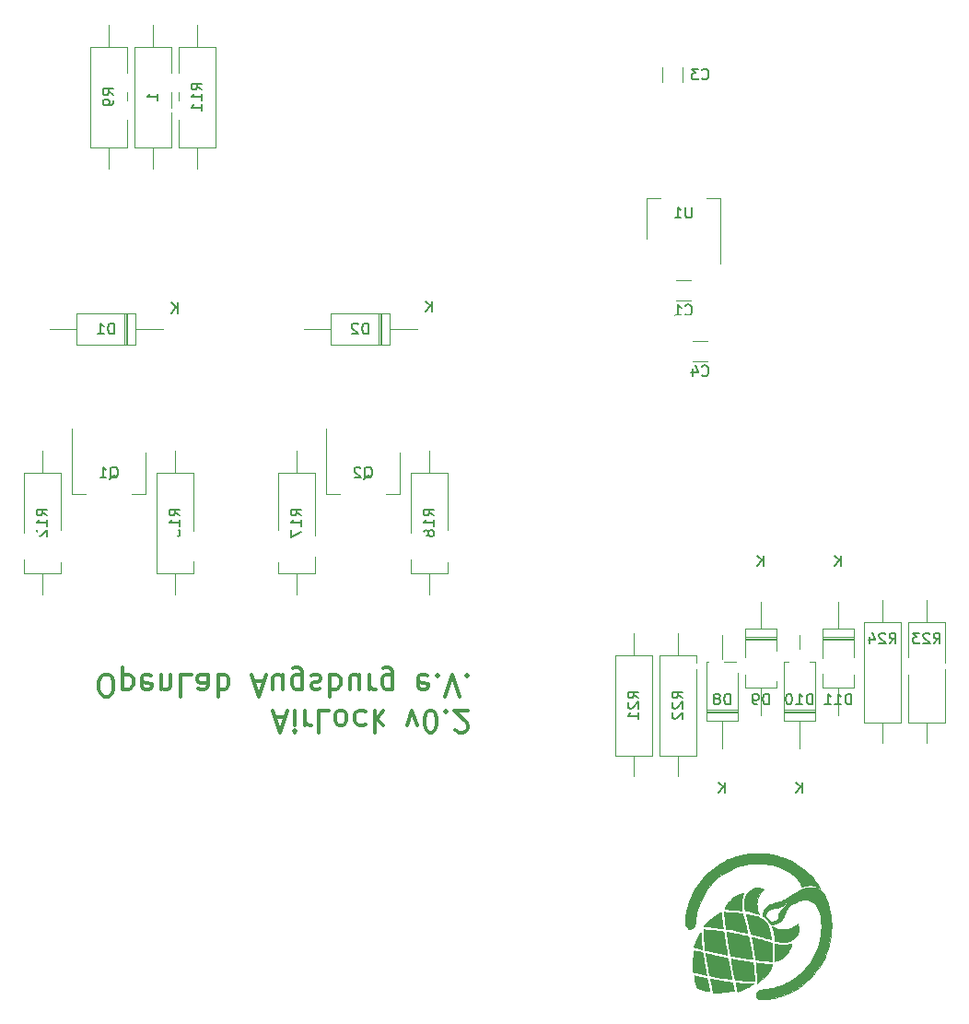
<source format=gbo>
%TF.GenerationSoftware,KiCad,Pcbnew,(5.1.12-1-10_14)*%
%TF.CreationDate,2023-03-30T15:47:48+02:00*%
%TF.ProjectId,Airlock-Mainboard,4169726c-6f63-46b2-9d4d-61696e626f61,rev?*%
%TF.SameCoordinates,Original*%
%TF.FileFunction,Legend,Bot*%
%TF.FilePolarity,Positive*%
%FSLAX46Y46*%
G04 Gerber Fmt 4.6, Leading zero omitted, Abs format (unit mm)*
G04 Created by KiCad (PCBNEW (5.1.12-1-10_14)) date 2023-03-30 15:47:48*
%MOMM*%
%LPD*%
G01*
G04 APERTURE LIST*
%ADD10C,0.300000*%
%ADD11C,0.010000*%
%ADD12C,0.120000*%
%ADD13C,0.150000*%
%ADD14C,5.000000*%
%ADD15R,2.500000X1.700000*%
%ADD16O,2.500000X1.700000*%
%ADD17R,1.700000X1.700000*%
%ADD18O,1.700000X1.700000*%
%ADD19R,2.000000X2.000000*%
%ADD20O,2.000000X2.000000*%
%ADD21O,1.500000X3.000000*%
%ADD22O,1.000000X3.000000*%
%ADD23R,1.600000X1.600000*%
%ADD24O,1.600000X1.600000*%
%ADD25O,1.800000X3.000000*%
%ADD26C,1.600000*%
%ADD27R,1.200000X1.200000*%
%ADD28C,1.200000*%
%ADD29O,1.800000X1.800000*%
%ADD30R,1.800000X1.800000*%
%ADD31O,2.500000X1.800000*%
%ADD32R,2.500000X1.800000*%
%ADD33C,1.800000*%
%ADD34C,3.000000*%
%ADD35R,1.980000X3.960000*%
%ADD36O,1.980000X3.960000*%
%ADD37R,1.700000X2.500000*%
%ADD38O,1.700000X2.500000*%
%ADD39O,3.300000X2.700000*%
%ADD40R,2.000000X1.700000*%
%ADD41O,2.000000X1.700000*%
%ADD42R,3.000000X2.000000*%
%ADD43R,2.000000X3.000000*%
%ADD44R,3.800000X2.000000*%
%ADD45R,1.500000X2.000000*%
%ADD46C,2.000000*%
G04 APERTURE END LIST*
D10*
X189532713Y-101646666D02*
X190485094Y-101646666D01*
X189342237Y-101075238D02*
X190008904Y-103075238D01*
X190675571Y-101075238D01*
X191342237Y-101075238D02*
X191342237Y-102408571D01*
X191342237Y-103075238D02*
X191246999Y-102980000D01*
X191342237Y-102884761D01*
X191437475Y-102980000D01*
X191342237Y-103075238D01*
X191342237Y-102884761D01*
X192294618Y-101075238D02*
X192294618Y-102408571D01*
X192294618Y-102027619D02*
X192389856Y-102218095D01*
X192485094Y-102313333D01*
X192675571Y-102408571D01*
X192866047Y-102408571D01*
X194485094Y-101075238D02*
X193532713Y-101075238D01*
X193532713Y-103075238D01*
X195437475Y-101075238D02*
X195246999Y-101170476D01*
X195151761Y-101265714D01*
X195056523Y-101456190D01*
X195056523Y-102027619D01*
X195151761Y-102218095D01*
X195246999Y-102313333D01*
X195437475Y-102408571D01*
X195723190Y-102408571D01*
X195913666Y-102313333D01*
X196008904Y-102218095D01*
X196104142Y-102027619D01*
X196104142Y-101456190D01*
X196008904Y-101265714D01*
X195913666Y-101170476D01*
X195723190Y-101075238D01*
X195437475Y-101075238D01*
X197818428Y-101170476D02*
X197627952Y-101075238D01*
X197246999Y-101075238D01*
X197056523Y-101170476D01*
X196961285Y-101265714D01*
X196866047Y-101456190D01*
X196866047Y-102027619D01*
X196961285Y-102218095D01*
X197056523Y-102313333D01*
X197246999Y-102408571D01*
X197627952Y-102408571D01*
X197818428Y-102313333D01*
X198675571Y-101075238D02*
X198675571Y-103075238D01*
X198866047Y-101837142D02*
X199437475Y-101075238D01*
X199437475Y-102408571D02*
X198675571Y-101646666D01*
X201627952Y-102408571D02*
X202104142Y-101075238D01*
X202580332Y-102408571D01*
X203723190Y-103075238D02*
X203913666Y-103075238D01*
X204104142Y-102980000D01*
X204199380Y-102884761D01*
X204294618Y-102694285D01*
X204389856Y-102313333D01*
X204389856Y-101837142D01*
X204294618Y-101456190D01*
X204199380Y-101265714D01*
X204104142Y-101170476D01*
X203913666Y-101075238D01*
X203723190Y-101075238D01*
X203532713Y-101170476D01*
X203437475Y-101265714D01*
X203342237Y-101456190D01*
X203246999Y-101837142D01*
X203246999Y-102313333D01*
X203342237Y-102694285D01*
X203437475Y-102884761D01*
X203532713Y-102980000D01*
X203723190Y-103075238D01*
X205246999Y-101265714D02*
X205342237Y-101170476D01*
X205246999Y-101075238D01*
X205151761Y-101170476D01*
X205246999Y-101265714D01*
X205246999Y-101075238D01*
X206104142Y-102884761D02*
X206199380Y-102980000D01*
X206389856Y-103075238D01*
X206866047Y-103075238D01*
X207056523Y-102980000D01*
X207151761Y-102884761D01*
X207246999Y-102694285D01*
X207246999Y-102503809D01*
X207151761Y-102218095D01*
X206008904Y-101075238D01*
X207246999Y-101075238D01*
X173818428Y-99775238D02*
X174199380Y-99775238D01*
X174389856Y-99680000D01*
X174580332Y-99489523D01*
X174675571Y-99108571D01*
X174675571Y-98441904D01*
X174580332Y-98060952D01*
X174389856Y-97870476D01*
X174199380Y-97775238D01*
X173818428Y-97775238D01*
X173627952Y-97870476D01*
X173437475Y-98060952D01*
X173342237Y-98441904D01*
X173342237Y-99108571D01*
X173437475Y-99489523D01*
X173627952Y-99680000D01*
X173818428Y-99775238D01*
X175532713Y-99108571D02*
X175532713Y-97108571D01*
X175532713Y-99013333D02*
X175723190Y-99108571D01*
X176104142Y-99108571D01*
X176294618Y-99013333D01*
X176389856Y-98918095D01*
X176485094Y-98727619D01*
X176485094Y-98156190D01*
X176389856Y-97965714D01*
X176294618Y-97870476D01*
X176104142Y-97775238D01*
X175723190Y-97775238D01*
X175532713Y-97870476D01*
X178104142Y-97870476D02*
X177913666Y-97775238D01*
X177532713Y-97775238D01*
X177342237Y-97870476D01*
X177246999Y-98060952D01*
X177246999Y-98822857D01*
X177342237Y-99013333D01*
X177532713Y-99108571D01*
X177913666Y-99108571D01*
X178104142Y-99013333D01*
X178199380Y-98822857D01*
X178199380Y-98632380D01*
X177246999Y-98441904D01*
X179056523Y-99108571D02*
X179056523Y-97775238D01*
X179056523Y-98918095D02*
X179151761Y-99013333D01*
X179342237Y-99108571D01*
X179627952Y-99108571D01*
X179818428Y-99013333D01*
X179913666Y-98822857D01*
X179913666Y-97775238D01*
X181818428Y-97775238D02*
X180866047Y-97775238D01*
X180866047Y-99775238D01*
X183342237Y-97775238D02*
X183342237Y-98822857D01*
X183246999Y-99013333D01*
X183056523Y-99108571D01*
X182675571Y-99108571D01*
X182485094Y-99013333D01*
X183342237Y-97870476D02*
X183151761Y-97775238D01*
X182675571Y-97775238D01*
X182485094Y-97870476D01*
X182389856Y-98060952D01*
X182389856Y-98251428D01*
X182485094Y-98441904D01*
X182675571Y-98537142D01*
X183151761Y-98537142D01*
X183342237Y-98632380D01*
X184294618Y-97775238D02*
X184294618Y-99775238D01*
X184294618Y-99013333D02*
X184485094Y-99108571D01*
X184866047Y-99108571D01*
X185056523Y-99013333D01*
X185151761Y-98918095D01*
X185246999Y-98727619D01*
X185246999Y-98156190D01*
X185151761Y-97965714D01*
X185056523Y-97870476D01*
X184866047Y-97775238D01*
X184485094Y-97775238D01*
X184294618Y-97870476D01*
X187532713Y-98346666D02*
X188485094Y-98346666D01*
X187342237Y-97775238D02*
X188008904Y-99775238D01*
X188675571Y-97775238D01*
X190199380Y-99108571D02*
X190199380Y-97775238D01*
X189342237Y-99108571D02*
X189342237Y-98060952D01*
X189437475Y-97870476D01*
X189627952Y-97775238D01*
X189913666Y-97775238D01*
X190104142Y-97870476D01*
X190199380Y-97965714D01*
X192008904Y-99108571D02*
X192008904Y-97489523D01*
X191913666Y-97299047D01*
X191818428Y-97203809D01*
X191627952Y-97108571D01*
X191342237Y-97108571D01*
X191151761Y-97203809D01*
X192008904Y-97870476D02*
X191818428Y-97775238D01*
X191437475Y-97775238D01*
X191246999Y-97870476D01*
X191151761Y-97965714D01*
X191056523Y-98156190D01*
X191056523Y-98727619D01*
X191151761Y-98918095D01*
X191246999Y-99013333D01*
X191437475Y-99108571D01*
X191818428Y-99108571D01*
X192008904Y-99013333D01*
X192866047Y-97870476D02*
X193056523Y-97775238D01*
X193437475Y-97775238D01*
X193627952Y-97870476D01*
X193723190Y-98060952D01*
X193723190Y-98156190D01*
X193627952Y-98346666D01*
X193437475Y-98441904D01*
X193151761Y-98441904D01*
X192961285Y-98537142D01*
X192866047Y-98727619D01*
X192866047Y-98822857D01*
X192961285Y-99013333D01*
X193151761Y-99108571D01*
X193437475Y-99108571D01*
X193627952Y-99013333D01*
X194580332Y-97775238D02*
X194580332Y-99775238D01*
X194580332Y-99013333D02*
X194770809Y-99108571D01*
X195151761Y-99108571D01*
X195342237Y-99013333D01*
X195437475Y-98918095D01*
X195532713Y-98727619D01*
X195532713Y-98156190D01*
X195437475Y-97965714D01*
X195342237Y-97870476D01*
X195151761Y-97775238D01*
X194770809Y-97775238D01*
X194580332Y-97870476D01*
X197246999Y-99108571D02*
X197246999Y-97775238D01*
X196389856Y-99108571D02*
X196389856Y-98060952D01*
X196485094Y-97870476D01*
X196675571Y-97775238D01*
X196961285Y-97775238D01*
X197151761Y-97870476D01*
X197246999Y-97965714D01*
X198199380Y-97775238D02*
X198199380Y-99108571D01*
X198199380Y-98727619D02*
X198294618Y-98918095D01*
X198389856Y-99013333D01*
X198580332Y-99108571D01*
X198770809Y-99108571D01*
X200294618Y-99108571D02*
X200294618Y-97489523D01*
X200199380Y-97299047D01*
X200104142Y-97203809D01*
X199913666Y-97108571D01*
X199627952Y-97108571D01*
X199437475Y-97203809D01*
X200294618Y-97870476D02*
X200104142Y-97775238D01*
X199723190Y-97775238D01*
X199532713Y-97870476D01*
X199437475Y-97965714D01*
X199342237Y-98156190D01*
X199342237Y-98727619D01*
X199437475Y-98918095D01*
X199532713Y-99013333D01*
X199723190Y-99108571D01*
X200104142Y-99108571D01*
X200294618Y-99013333D01*
X203532713Y-97870476D02*
X203342237Y-97775238D01*
X202961285Y-97775238D01*
X202770809Y-97870476D01*
X202675571Y-98060952D01*
X202675571Y-98822857D01*
X202770809Y-99013333D01*
X202961285Y-99108571D01*
X203342237Y-99108571D01*
X203532713Y-99013333D01*
X203627952Y-98822857D01*
X203627952Y-98632380D01*
X202675571Y-98441904D01*
X204485094Y-97965714D02*
X204580332Y-97870476D01*
X204485094Y-97775238D01*
X204389856Y-97870476D01*
X204485094Y-97965714D01*
X204485094Y-97775238D01*
X205151761Y-99775238D02*
X205818428Y-97775238D01*
X206485094Y-99775238D01*
X207151761Y-97965714D02*
X207246999Y-97870476D01*
X207151761Y-97775238D01*
X207056523Y-97870476D01*
X207151761Y-97965714D01*
X207151761Y-97775238D01*
D11*
%TO.C,G\u002A\u002A\u002A*%
G36*
X227751628Y-121121169D02*
G01*
X227828173Y-121101701D01*
X227896103Y-121065229D01*
X227963575Y-121008457D01*
X227971816Y-121000335D01*
X228013614Y-120955113D01*
X228047481Y-120909033D01*
X228074729Y-120858108D01*
X228096666Y-120798352D01*
X228114605Y-120725777D01*
X228129854Y-120636396D01*
X228143725Y-120526223D01*
X228151381Y-120453937D01*
X228172536Y-120261318D01*
X228195372Y-120088151D01*
X228221060Y-119926871D01*
X228250770Y-119769914D01*
X228274039Y-119661022D01*
X228371937Y-119281961D01*
X228494172Y-118912354D01*
X228639839Y-118553292D01*
X228808037Y-118205867D01*
X228997862Y-117871172D01*
X229208411Y-117550298D01*
X229438780Y-117244339D01*
X229688068Y-116954385D01*
X229955370Y-116681530D01*
X230239783Y-116426864D01*
X230540405Y-116191482D01*
X230856332Y-115976473D01*
X231186662Y-115782932D01*
X231530490Y-115611949D01*
X231674370Y-115548949D01*
X232019462Y-115415549D01*
X232363195Y-115307010D01*
X232709024Y-115222640D01*
X233060407Y-115161745D01*
X233420801Y-115123632D01*
X233793664Y-115107609D01*
X233879533Y-115106977D01*
X234060352Y-115108458D01*
X234222333Y-115113797D01*
X234373474Y-115123708D01*
X234521775Y-115138902D01*
X234675235Y-115160094D01*
X234841853Y-115187997D01*
X234893255Y-115197350D01*
X235187863Y-115260398D01*
X235477614Y-115339342D01*
X235760602Y-115433075D01*
X236034922Y-115540493D01*
X236298669Y-115660488D01*
X236549936Y-115791955D01*
X236786820Y-115933789D01*
X237007413Y-116084882D01*
X237209812Y-116244129D01*
X237392109Y-116410424D01*
X237552400Y-116582662D01*
X237688780Y-116759735D01*
X237751378Y-116856260D01*
X237785232Y-116917582D01*
X237818408Y-116987191D01*
X237848303Y-117058515D01*
X237872318Y-117124981D01*
X237887849Y-117180015D01*
X237892436Y-117212642D01*
X237896886Y-117235669D01*
X237912157Y-117248072D01*
X237941629Y-117249943D01*
X237988682Y-117241374D01*
X238056698Y-117222456D01*
X238072806Y-117217534D01*
X238174321Y-117187085D01*
X238258192Y-117164540D01*
X238332158Y-117148529D01*
X238403954Y-117137685D01*
X238481319Y-117130638D01*
X238571990Y-117126023D01*
X238595170Y-117125174D01*
X238691998Y-117122784D01*
X238769274Y-117123433D01*
X238834333Y-117127460D01*
X238894509Y-117135205D01*
X238924086Y-117140394D01*
X239034998Y-117166679D01*
X239159087Y-117205238D01*
X239287364Y-117252894D01*
X239410838Y-117306468D01*
X239456203Y-117328508D01*
X239528972Y-117363987D01*
X239579569Y-117384884D01*
X239609263Y-117390066D01*
X239619320Y-117378398D01*
X239611008Y-117348748D01*
X239585592Y-117299980D01*
X239551712Y-117243018D01*
X239352138Y-116939689D01*
X239127982Y-116643239D01*
X238881269Y-116355815D01*
X238614021Y-116079562D01*
X238328261Y-115816625D01*
X238026011Y-115569150D01*
X237849491Y-115437534D01*
X237511243Y-115210462D01*
X237157160Y-115004814D01*
X236788307Y-114820927D01*
X236405749Y-114659140D01*
X236010549Y-114519793D01*
X235603773Y-114403222D01*
X235186485Y-114309767D01*
X234759749Y-114239765D01*
X234324629Y-114193557D01*
X233882191Y-114171479D01*
X233866447Y-114171144D01*
X233775358Y-114169626D01*
X233686813Y-114168742D01*
X233606842Y-114168509D01*
X233541474Y-114168943D01*
X233496739Y-114170061D01*
X233494904Y-114170147D01*
X233094239Y-114203131D01*
X232696757Y-114262497D01*
X232303571Y-114347683D01*
X231915795Y-114458130D01*
X231534542Y-114593277D01*
X231160929Y-114752563D01*
X230796067Y-114935428D01*
X230441071Y-115141311D01*
X230097056Y-115369652D01*
X229765135Y-115619890D01*
X229446422Y-115891465D01*
X229142031Y-116183816D01*
X228853077Y-116496383D01*
X228838612Y-116513043D01*
X228578459Y-116833401D01*
X228337982Y-117170041D01*
X228118126Y-117520989D01*
X227919838Y-117884274D01*
X227744064Y-118257925D01*
X227591750Y-118639968D01*
X227463843Y-119028434D01*
X227361289Y-119421348D01*
X227302056Y-119715064D01*
X227279201Y-119854162D01*
X227259086Y-119995269D01*
X227242018Y-120134693D01*
X227228307Y-120268741D01*
X227218261Y-120393719D01*
X227212189Y-120505933D01*
X227210399Y-120601692D01*
X227213200Y-120677301D01*
X227218302Y-120717555D01*
X227251838Y-120835094D01*
X227303352Y-120937052D01*
X227371059Y-121020776D01*
X227453171Y-121083613D01*
X227471635Y-121093682D01*
X227509183Y-121110574D01*
X227546311Y-121120676D01*
X227592026Y-121125591D01*
X227655334Y-121126924D01*
X227658308Y-121126926D01*
X227751628Y-121121169D01*
G37*
X227751628Y-121121169D02*
X227828173Y-121101701D01*
X227896103Y-121065229D01*
X227963575Y-121008457D01*
X227971816Y-121000335D01*
X228013614Y-120955113D01*
X228047481Y-120909033D01*
X228074729Y-120858108D01*
X228096666Y-120798352D01*
X228114605Y-120725777D01*
X228129854Y-120636396D01*
X228143725Y-120526223D01*
X228151381Y-120453937D01*
X228172536Y-120261318D01*
X228195372Y-120088151D01*
X228221060Y-119926871D01*
X228250770Y-119769914D01*
X228274039Y-119661022D01*
X228371937Y-119281961D01*
X228494172Y-118912354D01*
X228639839Y-118553292D01*
X228808037Y-118205867D01*
X228997862Y-117871172D01*
X229208411Y-117550298D01*
X229438780Y-117244339D01*
X229688068Y-116954385D01*
X229955370Y-116681530D01*
X230239783Y-116426864D01*
X230540405Y-116191482D01*
X230856332Y-115976473D01*
X231186662Y-115782932D01*
X231530490Y-115611949D01*
X231674370Y-115548949D01*
X232019462Y-115415549D01*
X232363195Y-115307010D01*
X232709024Y-115222640D01*
X233060407Y-115161745D01*
X233420801Y-115123632D01*
X233793664Y-115107609D01*
X233879533Y-115106977D01*
X234060352Y-115108458D01*
X234222333Y-115113797D01*
X234373474Y-115123708D01*
X234521775Y-115138902D01*
X234675235Y-115160094D01*
X234841853Y-115187997D01*
X234893255Y-115197350D01*
X235187863Y-115260398D01*
X235477614Y-115339342D01*
X235760602Y-115433075D01*
X236034922Y-115540493D01*
X236298669Y-115660488D01*
X236549936Y-115791955D01*
X236786820Y-115933789D01*
X237007413Y-116084882D01*
X237209812Y-116244129D01*
X237392109Y-116410424D01*
X237552400Y-116582662D01*
X237688780Y-116759735D01*
X237751378Y-116856260D01*
X237785232Y-116917582D01*
X237818408Y-116987191D01*
X237848303Y-117058515D01*
X237872318Y-117124981D01*
X237887849Y-117180015D01*
X237892436Y-117212642D01*
X237896886Y-117235669D01*
X237912157Y-117248072D01*
X237941629Y-117249943D01*
X237988682Y-117241374D01*
X238056698Y-117222456D01*
X238072806Y-117217534D01*
X238174321Y-117187085D01*
X238258192Y-117164540D01*
X238332158Y-117148529D01*
X238403954Y-117137685D01*
X238481319Y-117130638D01*
X238571990Y-117126023D01*
X238595170Y-117125174D01*
X238691998Y-117122784D01*
X238769274Y-117123433D01*
X238834333Y-117127460D01*
X238894509Y-117135205D01*
X238924086Y-117140394D01*
X239034998Y-117166679D01*
X239159087Y-117205238D01*
X239287364Y-117252894D01*
X239410838Y-117306468D01*
X239456203Y-117328508D01*
X239528972Y-117363987D01*
X239579569Y-117384884D01*
X239609263Y-117390066D01*
X239619320Y-117378398D01*
X239611008Y-117348748D01*
X239585592Y-117299980D01*
X239551712Y-117243018D01*
X239352138Y-116939689D01*
X239127982Y-116643239D01*
X238881269Y-116355815D01*
X238614021Y-116079562D01*
X238328261Y-115816625D01*
X238026011Y-115569150D01*
X237849491Y-115437534D01*
X237511243Y-115210462D01*
X237157160Y-115004814D01*
X236788307Y-114820927D01*
X236405749Y-114659140D01*
X236010549Y-114519793D01*
X235603773Y-114403222D01*
X235186485Y-114309767D01*
X234759749Y-114239765D01*
X234324629Y-114193557D01*
X233882191Y-114171479D01*
X233866447Y-114171144D01*
X233775358Y-114169626D01*
X233686813Y-114168742D01*
X233606842Y-114168509D01*
X233541474Y-114168943D01*
X233496739Y-114170061D01*
X233494904Y-114170147D01*
X233094239Y-114203131D01*
X232696757Y-114262497D01*
X232303571Y-114347683D01*
X231915795Y-114458130D01*
X231534542Y-114593277D01*
X231160929Y-114752563D01*
X230796067Y-114935428D01*
X230441071Y-115141311D01*
X230097056Y-115369652D01*
X229765135Y-115619890D01*
X229446422Y-115891465D01*
X229142031Y-116183816D01*
X228853077Y-116496383D01*
X228838612Y-116513043D01*
X228578459Y-116833401D01*
X228337982Y-117170041D01*
X228118126Y-117520989D01*
X227919838Y-117884274D01*
X227744064Y-118257925D01*
X227591750Y-118639968D01*
X227463843Y-119028434D01*
X227361289Y-119421348D01*
X227302056Y-119715064D01*
X227279201Y-119854162D01*
X227259086Y-119995269D01*
X227242018Y-120134693D01*
X227228307Y-120268741D01*
X227218261Y-120393719D01*
X227212189Y-120505933D01*
X227210399Y-120601692D01*
X227213200Y-120677301D01*
X227218302Y-120717555D01*
X227251838Y-120835094D01*
X227303352Y-120937052D01*
X227371059Y-121020776D01*
X227453171Y-121083613D01*
X227471635Y-121093682D01*
X227509183Y-121110574D01*
X227546311Y-121120676D01*
X227592026Y-121125591D01*
X227655334Y-121126924D01*
X227658308Y-121126926D01*
X227751628Y-121121169D01*
G36*
X234400303Y-127622824D02*
G01*
X234523360Y-127614304D01*
X234658599Y-127601434D01*
X234802472Y-127584602D01*
X234951433Y-127564198D01*
X235101935Y-127540612D01*
X235250432Y-127514232D01*
X235393376Y-127485447D01*
X235435431Y-127476225D01*
X235845766Y-127370667D01*
X236246234Y-127239994D01*
X236636476Y-127084385D01*
X237016130Y-126904017D01*
X237384836Y-126699070D01*
X237742235Y-126469722D01*
X238087967Y-126216151D01*
X238264159Y-126073828D01*
X238340767Y-126007336D01*
X238430455Y-125925233D01*
X238529096Y-125831650D01*
X238632562Y-125730720D01*
X238736724Y-125626574D01*
X238837456Y-125523343D01*
X238930628Y-125425161D01*
X239012114Y-125336157D01*
X239077784Y-125260466D01*
X239082796Y-125254426D01*
X239303010Y-124975966D01*
X239501385Y-124699473D01*
X239681905Y-124418957D01*
X239848555Y-124128426D01*
X239913968Y-124004692D01*
X240084020Y-123652153D01*
X240231212Y-123296472D01*
X240356522Y-122934407D01*
X240460928Y-122562717D01*
X240545408Y-122178161D01*
X240610940Y-121777496D01*
X240629495Y-121633575D01*
X240637565Y-121549653D01*
X240644555Y-121443795D01*
X240650382Y-121321064D01*
X240654962Y-121186526D01*
X240658214Y-121045247D01*
X240660052Y-120902293D01*
X240660395Y-120762728D01*
X240659159Y-120631618D01*
X240656260Y-120514029D01*
X240651616Y-120415026D01*
X240649916Y-120390312D01*
X240608377Y-119980517D01*
X240546642Y-119586323D01*
X240464872Y-119208401D01*
X240363226Y-118847421D01*
X240241866Y-118504053D01*
X240141221Y-118265575D01*
X240068730Y-118114357D01*
X239997839Y-117985858D01*
X239925686Y-117876147D01*
X239849408Y-117781291D01*
X239766141Y-117697359D01*
X239673023Y-117620421D01*
X239669447Y-117617729D01*
X239520166Y-117517658D01*
X239366394Y-117439246D01*
X239204273Y-117381239D01*
X239029947Y-117342388D01*
X238839559Y-117321442D01*
X238743787Y-117317434D01*
X238667261Y-117316148D01*
X238596713Y-117315787D01*
X238538222Y-117316321D01*
X238497868Y-117317722D01*
X238487085Y-117318648D01*
X238414674Y-117329854D01*
X238328058Y-117346353D01*
X238238921Y-117365700D01*
X238158946Y-117385449D01*
X238131972Y-117392962D01*
X238054173Y-117417942D01*
X237973916Y-117448656D01*
X237888919Y-117486370D01*
X237796903Y-117532353D01*
X237695585Y-117587873D01*
X237582684Y-117654196D01*
X237455919Y-117732591D01*
X237313009Y-117824326D01*
X237151672Y-117930668D01*
X237088734Y-117972708D01*
X236952271Y-118063820D01*
X236835038Y-118141319D01*
X236734085Y-118207026D01*
X236646463Y-118262762D01*
X236569221Y-118310348D01*
X236499408Y-118351605D01*
X236434076Y-118388354D01*
X236370274Y-118422414D01*
X236311872Y-118452200D01*
X236156003Y-118526452D01*
X236010547Y-118586989D01*
X235865860Y-118637200D01*
X235712298Y-118680470D01*
X235562032Y-118715526D01*
X235355362Y-118766498D01*
X235172614Y-118825490D01*
X235011584Y-118893624D01*
X234870067Y-118972021D01*
X234745861Y-119061802D01*
X234636760Y-119164088D01*
X234600203Y-119204835D01*
X234528316Y-119302597D01*
X234465298Y-119415330D01*
X234413857Y-119536109D01*
X234376699Y-119658013D01*
X234356530Y-119774119D01*
X234353677Y-119835443D01*
X234354524Y-119924479D01*
X234388346Y-119949132D01*
X234580330Y-119949132D01*
X234594432Y-119872848D01*
X234629071Y-119757591D01*
X234687694Y-119648207D01*
X234767564Y-119546548D01*
X234865944Y-119454467D01*
X234980096Y-119373820D01*
X235107285Y-119306458D01*
X235244773Y-119254235D01*
X235389824Y-119219006D01*
X235539699Y-119202623D01*
X235585542Y-119201660D01*
X235631448Y-119200784D01*
X235670594Y-119197021D01*
X235709792Y-119188669D01*
X235755851Y-119174026D01*
X235815583Y-119151389D01*
X235863406Y-119132215D01*
X236106621Y-119025109D01*
X236329871Y-118907902D01*
X236539513Y-118776598D01*
X236741904Y-118627203D01*
X236943400Y-118455724D01*
X236951020Y-118448814D01*
X236999924Y-118406958D01*
X237034621Y-118384219D01*
X237058411Y-118379131D01*
X237074595Y-118390231D01*
X237076528Y-118393133D01*
X237078767Y-118398345D01*
X237077936Y-118404945D01*
X237072195Y-118414722D01*
X237059700Y-118429463D01*
X237038612Y-118450956D01*
X237007088Y-118480987D01*
X236963287Y-118521344D01*
X236905367Y-118573816D01*
X236831487Y-118640189D01*
X236739806Y-118722250D01*
X236710220Y-118748707D01*
X236547693Y-118895574D01*
X236404796Y-119028153D01*
X236279597Y-119148439D01*
X236170161Y-119258424D01*
X236074554Y-119360102D01*
X235990841Y-119455466D01*
X235917088Y-119546511D01*
X235854821Y-119630349D01*
X235821365Y-119678846D01*
X235802043Y-119711845D01*
X235794390Y-119735169D01*
X235795940Y-119754643D01*
X235798698Y-119762957D01*
X235805003Y-119792894D01*
X235809684Y-119840567D01*
X235811896Y-119896703D01*
X235811968Y-119908470D01*
X235810348Y-119971081D01*
X235803965Y-120018225D01*
X235790514Y-120061344D01*
X235773361Y-120100117D01*
X235713265Y-120195162D01*
X235629427Y-120278669D01*
X235522877Y-120349891D01*
X235394644Y-120408084D01*
X235309337Y-120435975D01*
X235232801Y-120457868D01*
X235177268Y-120472186D01*
X235137593Y-120478168D01*
X235108633Y-120475054D01*
X235085241Y-120462084D01*
X235062274Y-120438496D01*
X235034586Y-120403532D01*
X235027404Y-120394306D01*
X234978920Y-120336277D01*
X234916112Y-120266935D01*
X234845140Y-120192589D01*
X234772163Y-120119549D01*
X234703343Y-120054124D01*
X234645596Y-120003251D01*
X234580330Y-119949132D01*
X234388346Y-119949132D01*
X234451629Y-119995259D01*
X234555284Y-120078426D01*
X234665433Y-120180420D01*
X234776834Y-120295727D01*
X234884247Y-120418833D01*
X234982432Y-120544225D01*
X235010887Y-120583706D01*
X235046986Y-120631734D01*
X235081369Y-120671955D01*
X235108804Y-120698475D01*
X235118401Y-120704811D01*
X235154308Y-120711825D01*
X235210305Y-120711571D01*
X235280694Y-120704857D01*
X235359778Y-120692490D01*
X235441862Y-120675279D01*
X235521247Y-120654033D01*
X235556871Y-120642588D01*
X235725993Y-120572032D01*
X235881801Y-120481497D01*
X236020833Y-120373316D01*
X236139573Y-120249887D01*
X236211340Y-120150494D01*
X236268295Y-120042322D01*
X236313987Y-119918126D01*
X236330568Y-119859834D01*
X236374468Y-119715201D01*
X236426137Y-119588018D01*
X236489645Y-119468968D01*
X236527533Y-119408944D01*
X236667950Y-119220913D01*
X236829403Y-119049442D01*
X237012142Y-118894315D01*
X237216413Y-118755312D01*
X237368966Y-118669250D01*
X237535464Y-118589259D01*
X237692849Y-118529085D01*
X237848073Y-118486822D01*
X238008090Y-118460560D01*
X238172739Y-118448629D01*
X238283679Y-118446563D01*
X238375795Y-118448601D01*
X238445686Y-118454640D01*
X238463218Y-118457479D01*
X238644909Y-118504797D01*
X238812923Y-118575356D01*
X238967194Y-118669054D01*
X239107657Y-118785788D01*
X239234246Y-118925456D01*
X239346896Y-119087958D01*
X239445542Y-119273189D01*
X239530117Y-119481050D01*
X239600557Y-119711437D01*
X239656795Y-119964249D01*
X239698767Y-120239383D01*
X239716553Y-120409204D01*
X239722042Y-120491530D01*
X239726133Y-120594740D01*
X239728825Y-120712729D01*
X239730112Y-120839396D01*
X239729992Y-120968638D01*
X239728460Y-121094353D01*
X239725515Y-121210437D01*
X239721151Y-121310789D01*
X239717109Y-121370117D01*
X239672508Y-121759187D01*
X239604411Y-122136171D01*
X239512163Y-122503421D01*
X239395109Y-122863288D01*
X239252594Y-123218124D01*
X239129045Y-123481483D01*
X238940030Y-123832512D01*
X238731728Y-124164895D01*
X238503601Y-124479262D01*
X238255107Y-124776243D01*
X237985708Y-125056469D01*
X237694863Y-125320572D01*
X237382034Y-125569181D01*
X237276175Y-125646295D01*
X237050975Y-125796957D01*
X236805567Y-125943073D01*
X236546741Y-126081247D01*
X236281286Y-126208083D01*
X236015991Y-126320185D01*
X235757646Y-126414155D01*
X235710649Y-126429443D01*
X235536752Y-126482128D01*
X235365105Y-126528172D01*
X235191208Y-126568415D01*
X235010560Y-126603699D01*
X234818663Y-126634863D01*
X234611018Y-126662747D01*
X234383124Y-126688191D01*
X234260277Y-126700251D01*
X234157272Y-126712991D01*
X234074301Y-126730922D01*
X234004545Y-126756237D01*
X233941185Y-126791130D01*
X233909511Y-126813045D01*
X233829873Y-126886968D01*
X233773633Y-126974103D01*
X233741338Y-127073236D01*
X233733538Y-127183154D01*
X233734491Y-127200166D01*
X233754644Y-127308141D01*
X233797814Y-127403181D01*
X233862523Y-127483762D01*
X233947294Y-127548358D01*
X234050651Y-127595446D01*
X234139684Y-127618392D01*
X234204918Y-127625257D01*
X234292973Y-127626605D01*
X234400303Y-127622824D01*
G37*
X234400303Y-127622824D02*
X234523360Y-127614304D01*
X234658599Y-127601434D01*
X234802472Y-127584602D01*
X234951433Y-127564198D01*
X235101935Y-127540612D01*
X235250432Y-127514232D01*
X235393376Y-127485447D01*
X235435431Y-127476225D01*
X235845766Y-127370667D01*
X236246234Y-127239994D01*
X236636476Y-127084385D01*
X237016130Y-126904017D01*
X237384836Y-126699070D01*
X237742235Y-126469722D01*
X238087967Y-126216151D01*
X238264159Y-126073828D01*
X238340767Y-126007336D01*
X238430455Y-125925233D01*
X238529096Y-125831650D01*
X238632562Y-125730720D01*
X238736724Y-125626574D01*
X238837456Y-125523343D01*
X238930628Y-125425161D01*
X239012114Y-125336157D01*
X239077784Y-125260466D01*
X239082796Y-125254426D01*
X239303010Y-124975966D01*
X239501385Y-124699473D01*
X239681905Y-124418957D01*
X239848555Y-124128426D01*
X239913968Y-124004692D01*
X240084020Y-123652153D01*
X240231212Y-123296472D01*
X240356522Y-122934407D01*
X240460928Y-122562717D01*
X240545408Y-122178161D01*
X240610940Y-121777496D01*
X240629495Y-121633575D01*
X240637565Y-121549653D01*
X240644555Y-121443795D01*
X240650382Y-121321064D01*
X240654962Y-121186526D01*
X240658214Y-121045247D01*
X240660052Y-120902293D01*
X240660395Y-120762728D01*
X240659159Y-120631618D01*
X240656260Y-120514029D01*
X240651616Y-120415026D01*
X240649916Y-120390312D01*
X240608377Y-119980517D01*
X240546642Y-119586323D01*
X240464872Y-119208401D01*
X240363226Y-118847421D01*
X240241866Y-118504053D01*
X240141221Y-118265575D01*
X240068730Y-118114357D01*
X239997839Y-117985858D01*
X239925686Y-117876147D01*
X239849408Y-117781291D01*
X239766141Y-117697359D01*
X239673023Y-117620421D01*
X239669447Y-117617729D01*
X239520166Y-117517658D01*
X239366394Y-117439246D01*
X239204273Y-117381239D01*
X239029947Y-117342388D01*
X238839559Y-117321442D01*
X238743787Y-117317434D01*
X238667261Y-117316148D01*
X238596713Y-117315787D01*
X238538222Y-117316321D01*
X238497868Y-117317722D01*
X238487085Y-117318648D01*
X238414674Y-117329854D01*
X238328058Y-117346353D01*
X238238921Y-117365700D01*
X238158946Y-117385449D01*
X238131972Y-117392962D01*
X238054173Y-117417942D01*
X237973916Y-117448656D01*
X237888919Y-117486370D01*
X237796903Y-117532353D01*
X237695585Y-117587873D01*
X237582684Y-117654196D01*
X237455919Y-117732591D01*
X237313009Y-117824326D01*
X237151672Y-117930668D01*
X237088734Y-117972708D01*
X236952271Y-118063820D01*
X236835038Y-118141319D01*
X236734085Y-118207026D01*
X236646463Y-118262762D01*
X236569221Y-118310348D01*
X236499408Y-118351605D01*
X236434076Y-118388354D01*
X236370274Y-118422414D01*
X236311872Y-118452200D01*
X236156003Y-118526452D01*
X236010547Y-118586989D01*
X235865860Y-118637200D01*
X235712298Y-118680470D01*
X235562032Y-118715526D01*
X235355362Y-118766498D01*
X235172614Y-118825490D01*
X235011584Y-118893624D01*
X234870067Y-118972021D01*
X234745861Y-119061802D01*
X234636760Y-119164088D01*
X234600203Y-119204835D01*
X234528316Y-119302597D01*
X234465298Y-119415330D01*
X234413857Y-119536109D01*
X234376699Y-119658013D01*
X234356530Y-119774119D01*
X234353677Y-119835443D01*
X234354524Y-119924479D01*
X234388346Y-119949132D01*
X234580330Y-119949132D01*
X234594432Y-119872848D01*
X234629071Y-119757591D01*
X234687694Y-119648207D01*
X234767564Y-119546548D01*
X234865944Y-119454467D01*
X234980096Y-119373820D01*
X235107285Y-119306458D01*
X235244773Y-119254235D01*
X235389824Y-119219006D01*
X235539699Y-119202623D01*
X235585542Y-119201660D01*
X235631448Y-119200784D01*
X235670594Y-119197021D01*
X235709792Y-119188669D01*
X235755851Y-119174026D01*
X235815583Y-119151389D01*
X235863406Y-119132215D01*
X236106621Y-119025109D01*
X236329871Y-118907902D01*
X236539513Y-118776598D01*
X236741904Y-118627203D01*
X236943400Y-118455724D01*
X236951020Y-118448814D01*
X236999924Y-118406958D01*
X237034621Y-118384219D01*
X237058411Y-118379131D01*
X237074595Y-118390231D01*
X237076528Y-118393133D01*
X237078767Y-118398345D01*
X237077936Y-118404945D01*
X237072195Y-118414722D01*
X237059700Y-118429463D01*
X237038612Y-118450956D01*
X237007088Y-118480987D01*
X236963287Y-118521344D01*
X236905367Y-118573816D01*
X236831487Y-118640189D01*
X236739806Y-118722250D01*
X236710220Y-118748707D01*
X236547693Y-118895574D01*
X236404796Y-119028153D01*
X236279597Y-119148439D01*
X236170161Y-119258424D01*
X236074554Y-119360102D01*
X235990841Y-119455466D01*
X235917088Y-119546511D01*
X235854821Y-119630349D01*
X235821365Y-119678846D01*
X235802043Y-119711845D01*
X235794390Y-119735169D01*
X235795940Y-119754643D01*
X235798698Y-119762957D01*
X235805003Y-119792894D01*
X235809684Y-119840567D01*
X235811896Y-119896703D01*
X235811968Y-119908470D01*
X235810348Y-119971081D01*
X235803965Y-120018225D01*
X235790514Y-120061344D01*
X235773361Y-120100117D01*
X235713265Y-120195162D01*
X235629427Y-120278669D01*
X235522877Y-120349891D01*
X235394644Y-120408084D01*
X235309337Y-120435975D01*
X235232801Y-120457868D01*
X235177268Y-120472186D01*
X235137593Y-120478168D01*
X235108633Y-120475054D01*
X235085241Y-120462084D01*
X235062274Y-120438496D01*
X235034586Y-120403532D01*
X235027404Y-120394306D01*
X234978920Y-120336277D01*
X234916112Y-120266935D01*
X234845140Y-120192589D01*
X234772163Y-120119549D01*
X234703343Y-120054124D01*
X234645596Y-120003251D01*
X234580330Y-119949132D01*
X234388346Y-119949132D01*
X234451629Y-119995259D01*
X234555284Y-120078426D01*
X234665433Y-120180420D01*
X234776834Y-120295727D01*
X234884247Y-120418833D01*
X234982432Y-120544225D01*
X235010887Y-120583706D01*
X235046986Y-120631734D01*
X235081369Y-120671955D01*
X235108804Y-120698475D01*
X235118401Y-120704811D01*
X235154308Y-120711825D01*
X235210305Y-120711571D01*
X235280694Y-120704857D01*
X235359778Y-120692490D01*
X235441862Y-120675279D01*
X235521247Y-120654033D01*
X235556871Y-120642588D01*
X235725993Y-120572032D01*
X235881801Y-120481497D01*
X236020833Y-120373316D01*
X236139573Y-120249887D01*
X236211340Y-120150494D01*
X236268295Y-120042322D01*
X236313987Y-119918126D01*
X236330568Y-119859834D01*
X236374468Y-119715201D01*
X236426137Y-119588018D01*
X236489645Y-119468968D01*
X236527533Y-119408944D01*
X236667950Y-119220913D01*
X236829403Y-119049442D01*
X237012142Y-118894315D01*
X237216413Y-118755312D01*
X237368966Y-118669250D01*
X237535464Y-118589259D01*
X237692849Y-118529085D01*
X237848073Y-118486822D01*
X238008090Y-118460560D01*
X238172739Y-118448629D01*
X238283679Y-118446563D01*
X238375795Y-118448601D01*
X238445686Y-118454640D01*
X238463218Y-118457479D01*
X238644909Y-118504797D01*
X238812923Y-118575356D01*
X238967194Y-118669054D01*
X239107657Y-118785788D01*
X239234246Y-118925456D01*
X239346896Y-119087958D01*
X239445542Y-119273189D01*
X239530117Y-119481050D01*
X239600557Y-119711437D01*
X239656795Y-119964249D01*
X239698767Y-120239383D01*
X239716553Y-120409204D01*
X239722042Y-120491530D01*
X239726133Y-120594740D01*
X239728825Y-120712729D01*
X239730112Y-120839396D01*
X239729992Y-120968638D01*
X239728460Y-121094353D01*
X239725515Y-121210437D01*
X239721151Y-121310789D01*
X239717109Y-121370117D01*
X239672508Y-121759187D01*
X239604411Y-122136171D01*
X239512163Y-122503421D01*
X239395109Y-122863288D01*
X239252594Y-123218124D01*
X239129045Y-123481483D01*
X238940030Y-123832512D01*
X238731728Y-124164895D01*
X238503601Y-124479262D01*
X238255107Y-124776243D01*
X237985708Y-125056469D01*
X237694863Y-125320572D01*
X237382034Y-125569181D01*
X237276175Y-125646295D01*
X237050975Y-125796957D01*
X236805567Y-125943073D01*
X236546741Y-126081247D01*
X236281286Y-126208083D01*
X236015991Y-126320185D01*
X235757646Y-126414155D01*
X235710649Y-126429443D01*
X235536752Y-126482128D01*
X235365105Y-126528172D01*
X235191208Y-126568415D01*
X235010560Y-126603699D01*
X234818663Y-126634863D01*
X234611018Y-126662747D01*
X234383124Y-126688191D01*
X234260277Y-126700251D01*
X234157272Y-126712991D01*
X234074301Y-126730922D01*
X234004545Y-126756237D01*
X233941185Y-126791130D01*
X233909511Y-126813045D01*
X233829873Y-126886968D01*
X233773633Y-126974103D01*
X233741338Y-127073236D01*
X233733538Y-127183154D01*
X233734491Y-127200166D01*
X233754644Y-127308141D01*
X233797814Y-127403181D01*
X233862523Y-127483762D01*
X233947294Y-127548358D01*
X234050651Y-127595446D01*
X234139684Y-127618392D01*
X234204918Y-127625257D01*
X234292973Y-127626605D01*
X234400303Y-127622824D01*
G36*
X233980572Y-119752489D02*
G01*
X233966863Y-119715983D01*
X233954151Y-119688043D01*
X233935303Y-119643337D01*
X233912864Y-119579090D01*
X233888837Y-119502196D01*
X233865225Y-119419549D01*
X233844030Y-119338044D01*
X233827255Y-119264575D01*
X233819943Y-119226021D01*
X233808027Y-119131984D01*
X233800421Y-119022475D01*
X233797244Y-118906388D01*
X233798612Y-118792615D01*
X233804642Y-118690048D01*
X233812041Y-118627458D01*
X233858782Y-118412057D01*
X233931013Y-118200711D01*
X234027222Y-117996498D01*
X234145895Y-117802495D01*
X234285520Y-117621780D01*
X234332051Y-117569768D01*
X234366845Y-117531158D01*
X234392432Y-117500775D01*
X234404898Y-117483357D01*
X234405333Y-117481081D01*
X234367748Y-117457960D01*
X234312778Y-117430324D01*
X234248700Y-117402129D01*
X234201590Y-117383710D01*
X234110076Y-117358882D01*
X234002543Y-117343842D01*
X233888286Y-117338927D01*
X233776603Y-117344477D01*
X233676788Y-117360829D01*
X233663787Y-117364135D01*
X233509307Y-117417704D01*
X233355852Y-117493698D01*
X233209253Y-117588189D01*
X233075343Y-117697247D01*
X232959955Y-117816944D01*
X232923236Y-117862991D01*
X232834796Y-117996022D01*
X232764053Y-118137688D01*
X232710716Y-118289868D01*
X232674494Y-118454445D01*
X232655097Y-118633300D01*
X232652234Y-118828312D01*
X232665612Y-119041365D01*
X232694942Y-119274337D01*
X232699941Y-119306367D01*
X232722000Y-119444851D01*
X232767397Y-119444851D01*
X232807244Y-119447329D01*
X232866742Y-119454076D01*
X232939048Y-119464066D01*
X233017317Y-119476271D01*
X233094703Y-119489664D01*
X233164363Y-119503218D01*
X233183047Y-119507232D01*
X233358753Y-119551523D01*
X233544504Y-119608123D01*
X233728683Y-119673191D01*
X233899672Y-119742885D01*
X233911352Y-119748063D01*
X233990035Y-119783158D01*
X233980572Y-119752489D01*
G37*
X233980572Y-119752489D02*
X233966863Y-119715983D01*
X233954151Y-119688043D01*
X233935303Y-119643337D01*
X233912864Y-119579090D01*
X233888837Y-119502196D01*
X233865225Y-119419549D01*
X233844030Y-119338044D01*
X233827255Y-119264575D01*
X233819943Y-119226021D01*
X233808027Y-119131984D01*
X233800421Y-119022475D01*
X233797244Y-118906388D01*
X233798612Y-118792615D01*
X233804642Y-118690048D01*
X233812041Y-118627458D01*
X233858782Y-118412057D01*
X233931013Y-118200711D01*
X234027222Y-117996498D01*
X234145895Y-117802495D01*
X234285520Y-117621780D01*
X234332051Y-117569768D01*
X234366845Y-117531158D01*
X234392432Y-117500775D01*
X234404898Y-117483357D01*
X234405333Y-117481081D01*
X234367748Y-117457960D01*
X234312778Y-117430324D01*
X234248700Y-117402129D01*
X234201590Y-117383710D01*
X234110076Y-117358882D01*
X234002543Y-117343842D01*
X233888286Y-117338927D01*
X233776603Y-117344477D01*
X233676788Y-117360829D01*
X233663787Y-117364135D01*
X233509307Y-117417704D01*
X233355852Y-117493698D01*
X233209253Y-117588189D01*
X233075343Y-117697247D01*
X232959955Y-117816944D01*
X232923236Y-117862991D01*
X232834796Y-117996022D01*
X232764053Y-118137688D01*
X232710716Y-118289868D01*
X232674494Y-118454445D01*
X232655097Y-118633300D01*
X232652234Y-118828312D01*
X232665612Y-119041365D01*
X232694942Y-119274337D01*
X232699941Y-119306367D01*
X232722000Y-119444851D01*
X232767397Y-119444851D01*
X232807244Y-119447329D01*
X232866742Y-119454076D01*
X232939048Y-119464066D01*
X233017317Y-119476271D01*
X233094703Y-119489664D01*
X233164363Y-119503218D01*
X233183047Y-119507232D01*
X233358753Y-119551523D01*
X233544504Y-119608123D01*
X233728683Y-119673191D01*
X233899672Y-119742885D01*
X233911352Y-119748063D01*
X233990035Y-119783158D01*
X233980572Y-119752489D01*
G36*
X232430243Y-119439920D02*
G01*
X232430992Y-119425080D01*
X232428758Y-119389134D01*
X232423983Y-119337782D01*
X232418416Y-119287620D01*
X232410851Y-119204829D01*
X232405362Y-119105526D01*
X232401912Y-118994940D01*
X232400465Y-118878300D01*
X232400984Y-118760834D01*
X232403431Y-118647772D01*
X232407771Y-118544342D01*
X232413966Y-118455774D01*
X232421979Y-118387297D01*
X232424868Y-118370756D01*
X232453525Y-118246278D01*
X232489461Y-118125223D01*
X232529844Y-118016446D01*
X232557746Y-117955303D01*
X232596836Y-117877617D01*
X232539221Y-117878691D01*
X232492918Y-117882383D01*
X232436029Y-117890704D01*
X232400542Y-117897634D01*
X232248894Y-117941360D01*
X232088360Y-118006647D01*
X231922696Y-118091172D01*
X231755655Y-118192614D01*
X231590992Y-118308649D01*
X231432461Y-118436957D01*
X231283817Y-118575214D01*
X231250878Y-118608740D01*
X231125632Y-118749912D01*
X231024347Y-118888789D01*
X230947631Y-119024328D01*
X230896091Y-119155484D01*
X230873032Y-119259080D01*
X230864017Y-119323256D01*
X230983769Y-119323401D01*
X231094514Y-119325296D01*
X231226320Y-119330449D01*
X231373478Y-119338418D01*
X231530282Y-119348759D01*
X231691025Y-119361030D01*
X231849999Y-119374789D01*
X232001499Y-119389593D01*
X232139817Y-119405000D01*
X232259245Y-119420566D01*
X232284270Y-119424247D01*
X232342577Y-119432487D01*
X232390169Y-119438138D01*
X232421248Y-119440579D01*
X232430243Y-119439920D01*
G37*
X232430243Y-119439920D02*
X232430992Y-119425080D01*
X232428758Y-119389134D01*
X232423983Y-119337782D01*
X232418416Y-119287620D01*
X232410851Y-119204829D01*
X232405362Y-119105526D01*
X232401912Y-118994940D01*
X232400465Y-118878300D01*
X232400984Y-118760834D01*
X232403431Y-118647772D01*
X232407771Y-118544342D01*
X232413966Y-118455774D01*
X232421979Y-118387297D01*
X232424868Y-118370756D01*
X232453525Y-118246278D01*
X232489461Y-118125223D01*
X232529844Y-118016446D01*
X232557746Y-117955303D01*
X232596836Y-117877617D01*
X232539221Y-117878691D01*
X232492918Y-117882383D01*
X232436029Y-117890704D01*
X232400542Y-117897634D01*
X232248894Y-117941360D01*
X232088360Y-118006647D01*
X231922696Y-118091172D01*
X231755655Y-118192614D01*
X231590992Y-118308649D01*
X231432461Y-118436957D01*
X231283817Y-118575214D01*
X231250878Y-118608740D01*
X231125632Y-118749912D01*
X231024347Y-118888789D01*
X230947631Y-119024328D01*
X230896091Y-119155484D01*
X230873032Y-119259080D01*
X230864017Y-119323256D01*
X230983769Y-119323401D01*
X231094514Y-119325296D01*
X231226320Y-119330449D01*
X231373478Y-119338418D01*
X231530282Y-119348759D01*
X231691025Y-119361030D01*
X231849999Y-119374789D01*
X232001499Y-119389593D01*
X232139817Y-119405000D01*
X232259245Y-119420566D01*
X232284270Y-119424247D01*
X232342577Y-119432487D01*
X232390169Y-119438138D01*
X232421248Y-119440579D01*
X232430243Y-119439920D01*
G36*
X232942795Y-121498825D02*
G01*
X232942980Y-121495274D01*
X232941455Y-121485685D01*
X232937619Y-121467391D01*
X232930872Y-121437730D01*
X232920614Y-121394035D01*
X232906247Y-121333644D01*
X232887169Y-121253890D01*
X232862782Y-121152110D01*
X232845418Y-121079639D01*
X232819451Y-120971998D01*
X232792769Y-120862757D01*
X232766804Y-120757676D01*
X232742986Y-120662515D01*
X232722746Y-120583035D01*
X232709516Y-120532458D01*
X232694476Y-120476751D01*
X232675227Y-120406394D01*
X232652815Y-120325119D01*
X232628285Y-120236659D01*
X232602684Y-120144746D01*
X232577057Y-120053113D01*
X232552449Y-119965491D01*
X232529908Y-119885613D01*
X232510477Y-119817212D01*
X232495204Y-119764020D01*
X232485133Y-119729768D01*
X232481378Y-119718216D01*
X232467090Y-119714694D01*
X232430028Y-119708913D01*
X232374301Y-119701358D01*
X232304019Y-119692514D01*
X232223290Y-119682864D01*
X232136222Y-119672893D01*
X232046924Y-119663086D01*
X231959505Y-119653927D01*
X231878073Y-119645901D01*
X231833095Y-119641768D01*
X231652183Y-119627028D01*
X231453484Y-119613163D01*
X231246231Y-119600755D01*
X231039657Y-119590383D01*
X230964409Y-119587143D01*
X230784765Y-119579788D01*
X230792066Y-119623782D01*
X230795411Y-119647973D01*
X230801372Y-119695300D01*
X230809502Y-119762053D01*
X230819356Y-119844521D01*
X230830488Y-119938994D01*
X230842453Y-120041759D01*
X230847073Y-120081761D01*
X230869677Y-120272543D01*
X230892622Y-120456009D01*
X230915369Y-120628191D01*
X230937379Y-120785120D01*
X230958115Y-120922829D01*
X230975968Y-121031240D01*
X230990526Y-121114837D01*
X231188885Y-121145413D01*
X231466292Y-121190937D01*
X231761748Y-121244565D01*
X232068019Y-121304874D01*
X232377869Y-121370438D01*
X232680873Y-121439087D01*
X232759697Y-121457501D01*
X232829094Y-121473591D01*
X232884935Y-121486410D01*
X232923091Y-121495010D01*
X232939433Y-121498445D01*
X232939688Y-121498468D01*
X232941497Y-121499002D01*
X232942795Y-121498825D01*
G37*
X232942795Y-121498825D02*
X232942980Y-121495274D01*
X232941455Y-121485685D01*
X232937619Y-121467391D01*
X232930872Y-121437730D01*
X232920614Y-121394035D01*
X232906247Y-121333644D01*
X232887169Y-121253890D01*
X232862782Y-121152110D01*
X232845418Y-121079639D01*
X232819451Y-120971998D01*
X232792769Y-120862757D01*
X232766804Y-120757676D01*
X232742986Y-120662515D01*
X232722746Y-120583035D01*
X232709516Y-120532458D01*
X232694476Y-120476751D01*
X232675227Y-120406394D01*
X232652815Y-120325119D01*
X232628285Y-120236659D01*
X232602684Y-120144746D01*
X232577057Y-120053113D01*
X232552449Y-119965491D01*
X232529908Y-119885613D01*
X232510477Y-119817212D01*
X232495204Y-119764020D01*
X232485133Y-119729768D01*
X232481378Y-119718216D01*
X232467090Y-119714694D01*
X232430028Y-119708913D01*
X232374301Y-119701358D01*
X232304019Y-119692514D01*
X232223290Y-119682864D01*
X232136222Y-119672893D01*
X232046924Y-119663086D01*
X231959505Y-119653927D01*
X231878073Y-119645901D01*
X231833095Y-119641768D01*
X231652183Y-119627028D01*
X231453484Y-119613163D01*
X231246231Y-119600755D01*
X231039657Y-119590383D01*
X230964409Y-119587143D01*
X230784765Y-119579788D01*
X230792066Y-119623782D01*
X230795411Y-119647973D01*
X230801372Y-119695300D01*
X230809502Y-119762053D01*
X230819356Y-119844521D01*
X230830488Y-119938994D01*
X230842453Y-120041759D01*
X230847073Y-120081761D01*
X230869677Y-120272543D01*
X230892622Y-120456009D01*
X230915369Y-120628191D01*
X230937379Y-120785120D01*
X230958115Y-120922829D01*
X230975968Y-121031240D01*
X230990526Y-121114837D01*
X231188885Y-121145413D01*
X231466292Y-121190937D01*
X231761748Y-121244565D01*
X232068019Y-121304874D01*
X232377869Y-121370438D01*
X232680873Y-121439087D01*
X232759697Y-121457501D01*
X232829094Y-121473591D01*
X232884935Y-121486410D01*
X232923091Y-121495010D01*
X232939433Y-121498445D01*
X232939688Y-121498468D01*
X232941497Y-121499002D01*
X232942795Y-121498825D01*
G36*
X230685145Y-121063422D02*
G01*
X230684722Y-121049243D01*
X230680928Y-121011949D01*
X230674209Y-120955178D01*
X230665010Y-120882565D01*
X230653774Y-120797747D01*
X230643284Y-120721142D01*
X230627561Y-120604962D01*
X230610181Y-120471538D01*
X230592355Y-120330494D01*
X230575292Y-120191456D01*
X230560204Y-120064047D01*
X230555821Y-120025809D01*
X230542430Y-119908383D01*
X230531568Y-119815076D01*
X230522818Y-119743149D01*
X230515761Y-119689861D01*
X230509979Y-119652472D01*
X230505053Y-119628242D01*
X230500566Y-119614431D01*
X230496099Y-119608297D01*
X230491907Y-119607074D01*
X230477566Y-119613619D01*
X230443947Y-119631709D01*
X230395024Y-119659120D01*
X230334771Y-119693633D01*
X230279372Y-119725865D01*
X230188867Y-119779006D01*
X230116288Y-119822111D01*
X230056176Y-119858681D01*
X230003069Y-119892215D01*
X229951508Y-119926213D01*
X229896030Y-119964173D01*
X229831176Y-120009594D01*
X229778561Y-120046793D01*
X229570776Y-120202567D01*
X229377095Y-120365078D01*
X229201165Y-120531002D01*
X229046634Y-120697014D01*
X228987621Y-120767664D01*
X228894125Y-120883734D01*
X228999036Y-120892949D01*
X229044199Y-120896693D01*
X229110557Y-120901900D01*
X229192349Y-120908132D01*
X229283816Y-120914952D01*
X229379196Y-120921922D01*
X229407936Y-120923994D01*
X229747093Y-120951780D01*
X230071283Y-120985234D01*
X230375300Y-121023805D01*
X230445993Y-121033954D01*
X230522172Y-121044850D01*
X230588564Y-121053757D01*
X230640779Y-121060134D01*
X230674423Y-121063438D01*
X230685145Y-121063422D01*
G37*
X230685145Y-121063422D02*
X230684722Y-121049243D01*
X230680928Y-121011949D01*
X230674209Y-120955178D01*
X230665010Y-120882565D01*
X230653774Y-120797747D01*
X230643284Y-120721142D01*
X230627561Y-120604962D01*
X230610181Y-120471538D01*
X230592355Y-120330494D01*
X230575292Y-120191456D01*
X230560204Y-120064047D01*
X230555821Y-120025809D01*
X230542430Y-119908383D01*
X230531568Y-119815076D01*
X230522818Y-119743149D01*
X230515761Y-119689861D01*
X230509979Y-119652472D01*
X230505053Y-119628242D01*
X230500566Y-119614431D01*
X230496099Y-119608297D01*
X230491907Y-119607074D01*
X230477566Y-119613619D01*
X230443947Y-119631709D01*
X230395024Y-119659120D01*
X230334771Y-119693633D01*
X230279372Y-119725865D01*
X230188867Y-119779006D01*
X230116288Y-119822111D01*
X230056176Y-119858681D01*
X230003069Y-119892215D01*
X229951508Y-119926213D01*
X229896030Y-119964173D01*
X229831176Y-120009594D01*
X229778561Y-120046793D01*
X229570776Y-120202567D01*
X229377095Y-120365078D01*
X229201165Y-120531002D01*
X229046634Y-120697014D01*
X228987621Y-120767664D01*
X228894125Y-120883734D01*
X228999036Y-120892949D01*
X229044199Y-120896693D01*
X229110557Y-120901900D01*
X229192349Y-120908132D01*
X229283816Y-120914952D01*
X229379196Y-120921922D01*
X229407936Y-120923994D01*
X229747093Y-120951780D01*
X230071283Y-120985234D01*
X230375300Y-121023805D01*
X230445993Y-121033954D01*
X230522172Y-121044850D01*
X230588564Y-121053757D01*
X230640779Y-121060134D01*
X230674423Y-121063438D01*
X230685145Y-121063422D01*
G36*
X235119543Y-122058285D02*
G01*
X235113841Y-122020406D01*
X235103454Y-121963655D01*
X235089175Y-121891739D01*
X235071794Y-121808363D01*
X235052104Y-121717234D01*
X235030897Y-121622059D01*
X235008964Y-121526542D01*
X234987097Y-121434391D01*
X234966088Y-121349312D01*
X234959590Y-121323850D01*
X234913737Y-121155047D01*
X234868316Y-121007554D01*
X234821382Y-120875762D01*
X234770991Y-120754063D01*
X234736056Y-120678939D01*
X234675445Y-120563548D01*
X234614687Y-120469171D01*
X234549546Y-120390112D01*
X234475786Y-120320674D01*
X234460014Y-120307750D01*
X234370935Y-120245963D01*
X234257671Y-120183396D01*
X234122995Y-120121111D01*
X233969679Y-120060172D01*
X233800496Y-120001640D01*
X233618220Y-119946578D01*
X233425623Y-119896049D01*
X233322915Y-119872052D01*
X233259869Y-119858465D01*
X233187543Y-119843735D01*
X233110433Y-119828679D01*
X233033037Y-119814113D01*
X232959851Y-119800851D01*
X232895370Y-119789709D01*
X232844093Y-119781504D01*
X232810515Y-119777050D01*
X232799106Y-119777047D01*
X232802519Y-119790630D01*
X232812232Y-119827345D01*
X232827452Y-119884248D01*
X232847388Y-119958397D01*
X232871250Y-120046849D01*
X232898246Y-120146660D01*
X232926670Y-120251516D01*
X232962678Y-120385643D01*
X233001917Y-120534293D01*
X233042387Y-120689728D01*
X233082092Y-120844209D01*
X233119030Y-120989998D01*
X233151204Y-121119357D01*
X233158018Y-121147192D01*
X233183171Y-121250096D01*
X233206296Y-121344242D01*
X233226618Y-121426509D01*
X233243361Y-121493777D01*
X233255751Y-121542928D01*
X233263012Y-121570841D01*
X233264591Y-121576107D01*
X233277881Y-121580109D01*
X233314167Y-121589842D01*
X233370233Y-121604475D01*
X233442864Y-121623178D01*
X233528842Y-121645118D01*
X233624953Y-121669467D01*
X233664865Y-121679530D01*
X233862814Y-121729794D01*
X234041670Y-121776186D01*
X234208716Y-121820689D01*
X234371238Y-121865291D01*
X234536521Y-121911976D01*
X234711849Y-121962730D01*
X234813110Y-121992481D01*
X234898525Y-122017296D01*
X234975075Y-122038794D01*
X235039043Y-122055992D01*
X235086714Y-122067908D01*
X235114371Y-122073557D01*
X235119769Y-122073586D01*
X235119543Y-122058285D01*
G37*
X235119543Y-122058285D02*
X235113841Y-122020406D01*
X235103454Y-121963655D01*
X235089175Y-121891739D01*
X235071794Y-121808363D01*
X235052104Y-121717234D01*
X235030897Y-121622059D01*
X235008964Y-121526542D01*
X234987097Y-121434391D01*
X234966088Y-121349312D01*
X234959590Y-121323850D01*
X234913737Y-121155047D01*
X234868316Y-121007554D01*
X234821382Y-120875762D01*
X234770991Y-120754063D01*
X234736056Y-120678939D01*
X234675445Y-120563548D01*
X234614687Y-120469171D01*
X234549546Y-120390112D01*
X234475786Y-120320674D01*
X234460014Y-120307750D01*
X234370935Y-120245963D01*
X234257671Y-120183396D01*
X234122995Y-120121111D01*
X233969679Y-120060172D01*
X233800496Y-120001640D01*
X233618220Y-119946578D01*
X233425623Y-119896049D01*
X233322915Y-119872052D01*
X233259869Y-119858465D01*
X233187543Y-119843735D01*
X233110433Y-119828679D01*
X233033037Y-119814113D01*
X232959851Y-119800851D01*
X232895370Y-119789709D01*
X232844093Y-119781504D01*
X232810515Y-119777050D01*
X232799106Y-119777047D01*
X232802519Y-119790630D01*
X232812232Y-119827345D01*
X232827452Y-119884248D01*
X232847388Y-119958397D01*
X232871250Y-120046849D01*
X232898246Y-120146660D01*
X232926670Y-120251516D01*
X232962678Y-120385643D01*
X233001917Y-120534293D01*
X233042387Y-120689728D01*
X233082092Y-120844209D01*
X233119030Y-120989998D01*
X233151204Y-121119357D01*
X233158018Y-121147192D01*
X233183171Y-121250096D01*
X233206296Y-121344242D01*
X233226618Y-121426509D01*
X233243361Y-121493777D01*
X233255751Y-121542928D01*
X233263012Y-121570841D01*
X233264591Y-121576107D01*
X233277881Y-121580109D01*
X233314167Y-121589842D01*
X233370233Y-121604475D01*
X233442864Y-121623178D01*
X233528842Y-121645118D01*
X233624953Y-121669467D01*
X233664865Y-121679530D01*
X233862814Y-121729794D01*
X234041670Y-121776186D01*
X234208716Y-121820689D01*
X234371238Y-121865291D01*
X234536521Y-121911976D01*
X234711849Y-121962730D01*
X234813110Y-121992481D01*
X234898525Y-122017296D01*
X234975075Y-122038794D01*
X235039043Y-122055992D01*
X235086714Y-122067908D01*
X235114371Y-122073557D01*
X235119769Y-122073586D01*
X235119543Y-122058285D01*
G36*
X236441161Y-122334183D02*
G01*
X236545665Y-122323908D01*
X236551866Y-122322936D01*
X236735765Y-122280024D01*
X236908838Y-122212913D01*
X237069496Y-122122800D01*
X237216154Y-122010879D01*
X237347225Y-121878345D01*
X237461121Y-121726392D01*
X237548242Y-121572777D01*
X237594569Y-121470757D01*
X237626104Y-121380138D01*
X237645138Y-121291380D01*
X237653961Y-121194948D01*
X237655309Y-121126926D01*
X237650697Y-121010518D01*
X237635550Y-120909837D01*
X237607900Y-120814985D01*
X237579538Y-120745609D01*
X237548095Y-120675829D01*
X237480542Y-120731123D01*
X237367824Y-120815033D01*
X237238561Y-120897237D01*
X237100418Y-120973642D01*
X236961059Y-121040160D01*
X236828148Y-121092699D01*
X236765535Y-121112730D01*
X236643761Y-121144972D01*
X236532181Y-121167125D01*
X236421693Y-121180263D01*
X236303196Y-121185462D01*
X236167588Y-121183795D01*
X236164565Y-121183696D01*
X235993357Y-121173047D01*
X235839331Y-121151771D01*
X235694058Y-121117863D01*
X235549110Y-121069314D01*
X235396059Y-121004116D01*
X235380847Y-120997009D01*
X235325121Y-120971234D01*
X235279180Y-120950805D01*
X235247990Y-120937877D01*
X235236569Y-120934481D01*
X235239066Y-120947943D01*
X235248373Y-120982555D01*
X235263173Y-121033696D01*
X235282149Y-121096747D01*
X235291487Y-121127091D01*
X235356818Y-121357085D01*
X235406192Y-121576309D01*
X235441403Y-121794360D01*
X235464246Y-122020841D01*
X235467559Y-122069119D01*
X235476789Y-122214184D01*
X235529543Y-122227869D01*
X235579605Y-122240862D01*
X235632183Y-122254519D01*
X235637836Y-122255988D01*
X235760828Y-122283334D01*
X235896681Y-122305577D01*
X236039017Y-122322251D01*
X236181460Y-122332888D01*
X236317634Y-122337021D01*
X236441161Y-122334183D01*
G37*
X236441161Y-122334183D02*
X236545665Y-122323908D01*
X236551866Y-122322936D01*
X236735765Y-122280024D01*
X236908838Y-122212913D01*
X237069496Y-122122800D01*
X237216154Y-122010879D01*
X237347225Y-121878345D01*
X237461121Y-121726392D01*
X237548242Y-121572777D01*
X237594569Y-121470757D01*
X237626104Y-121380138D01*
X237645138Y-121291380D01*
X237653961Y-121194948D01*
X237655309Y-121126926D01*
X237650697Y-121010518D01*
X237635550Y-120909837D01*
X237607900Y-120814985D01*
X237579538Y-120745609D01*
X237548095Y-120675829D01*
X237480542Y-120731123D01*
X237367824Y-120815033D01*
X237238561Y-120897237D01*
X237100418Y-120973642D01*
X236961059Y-121040160D01*
X236828148Y-121092699D01*
X236765535Y-121112730D01*
X236643761Y-121144972D01*
X236532181Y-121167125D01*
X236421693Y-121180263D01*
X236303196Y-121185462D01*
X236167588Y-121183795D01*
X236164565Y-121183696D01*
X235993357Y-121173047D01*
X235839331Y-121151771D01*
X235694058Y-121117863D01*
X235549110Y-121069314D01*
X235396059Y-121004116D01*
X235380847Y-120997009D01*
X235325121Y-120971234D01*
X235279180Y-120950805D01*
X235247990Y-120937877D01*
X235236569Y-120934481D01*
X235239066Y-120947943D01*
X235248373Y-120982555D01*
X235263173Y-121033696D01*
X235282149Y-121096747D01*
X235291487Y-121127091D01*
X235356818Y-121357085D01*
X235406192Y-121576309D01*
X235441403Y-121794360D01*
X235464246Y-122020841D01*
X235467559Y-122069119D01*
X235476789Y-122214184D01*
X235529543Y-122227869D01*
X235579605Y-122240862D01*
X235632183Y-122254519D01*
X235637836Y-122255988D01*
X235760828Y-122283334D01*
X235896681Y-122305577D01*
X236039017Y-122322251D01*
X236181460Y-122332888D01*
X236317634Y-122337021D01*
X236441161Y-122334183D01*
G36*
X231067928Y-123504363D02*
G01*
X231067186Y-123490051D01*
X231062027Y-123453018D01*
X231053073Y-123397089D01*
X231040951Y-123326088D01*
X231026285Y-123243842D01*
X231017840Y-123197787D01*
X230958146Y-122865099D01*
X230905190Y-122547407D01*
X230857322Y-122234022D01*
X230812892Y-121914253D01*
X230779749Y-121655030D01*
X230769113Y-121572593D01*
X230758811Y-121499419D01*
X230749506Y-121439712D01*
X230741860Y-121397677D01*
X230736536Y-121377516D01*
X230735870Y-121376530D01*
X230718772Y-121371056D01*
X230678520Y-121362678D01*
X230618756Y-121351962D01*
X230543124Y-121339477D01*
X230455267Y-121325788D01*
X230358827Y-121311462D01*
X230257448Y-121297067D01*
X230154773Y-121283169D01*
X230054444Y-121270336D01*
X230049691Y-121269749D01*
X229884094Y-121251017D01*
X229702091Y-121233332D01*
X229514003Y-121217549D01*
X229330149Y-121204522D01*
X229160851Y-121195108D01*
X229134345Y-121193932D01*
X228935064Y-121185462D01*
X228935064Y-121380516D01*
X228936490Y-121503705D01*
X228940602Y-121648526D01*
X228947153Y-121809751D01*
X228955895Y-121982150D01*
X228966579Y-122160495D01*
X228978957Y-122339557D01*
X228983294Y-122396926D01*
X228991136Y-122492415D01*
X229000069Y-122591226D01*
X229009668Y-122689568D01*
X229019508Y-122783650D01*
X229029164Y-122869681D01*
X229038211Y-122943870D01*
X229046223Y-123002426D01*
X229052776Y-123041557D01*
X229057365Y-123057401D01*
X229072277Y-123062340D01*
X229110977Y-123072407D01*
X229170983Y-123087049D01*
X229249816Y-123105716D01*
X229344996Y-123127856D01*
X229454042Y-123152918D01*
X229574473Y-123180351D01*
X229703810Y-123209603D01*
X229839573Y-123240122D01*
X229979280Y-123271357D01*
X230120451Y-123302758D01*
X230260607Y-123333772D01*
X230397267Y-123363848D01*
X230527951Y-123392434D01*
X230650177Y-123418980D01*
X230761467Y-123442934D01*
X230859339Y-123463745D01*
X230941314Y-123480860D01*
X231004911Y-123493730D01*
X231047650Y-123501801D01*
X231067049Y-123504524D01*
X231067928Y-123504363D01*
G37*
X231067928Y-123504363D02*
X231067186Y-123490051D01*
X231062027Y-123453018D01*
X231053073Y-123397089D01*
X231040951Y-123326088D01*
X231026285Y-123243842D01*
X231017840Y-123197787D01*
X230958146Y-122865099D01*
X230905190Y-122547407D01*
X230857322Y-122234022D01*
X230812892Y-121914253D01*
X230779749Y-121655030D01*
X230769113Y-121572593D01*
X230758811Y-121499419D01*
X230749506Y-121439712D01*
X230741860Y-121397677D01*
X230736536Y-121377516D01*
X230735870Y-121376530D01*
X230718772Y-121371056D01*
X230678520Y-121362678D01*
X230618756Y-121351962D01*
X230543124Y-121339477D01*
X230455267Y-121325788D01*
X230358827Y-121311462D01*
X230257448Y-121297067D01*
X230154773Y-121283169D01*
X230054444Y-121270336D01*
X230049691Y-121269749D01*
X229884094Y-121251017D01*
X229702091Y-121233332D01*
X229514003Y-121217549D01*
X229330149Y-121204522D01*
X229160851Y-121195108D01*
X229134345Y-121193932D01*
X228935064Y-121185462D01*
X228935064Y-121380516D01*
X228936490Y-121503705D01*
X228940602Y-121648526D01*
X228947153Y-121809751D01*
X228955895Y-121982150D01*
X228966579Y-122160495D01*
X228978957Y-122339557D01*
X228983294Y-122396926D01*
X228991136Y-122492415D01*
X229000069Y-122591226D01*
X229009668Y-122689568D01*
X229019508Y-122783650D01*
X229029164Y-122869681D01*
X229038211Y-122943870D01*
X229046223Y-123002426D01*
X229052776Y-123041557D01*
X229057365Y-123057401D01*
X229072277Y-123062340D01*
X229110977Y-123072407D01*
X229170983Y-123087049D01*
X229249816Y-123105716D01*
X229344996Y-123127856D01*
X229454042Y-123152918D01*
X229574473Y-123180351D01*
X229703810Y-123209603D01*
X229839573Y-123240122D01*
X229979280Y-123271357D01*
X230120451Y-123302758D01*
X230260607Y-123333772D01*
X230397267Y-123363848D01*
X230527951Y-123392434D01*
X230650177Y-123418980D01*
X230761467Y-123442934D01*
X230859339Y-123463745D01*
X230941314Y-123480860D01*
X231004911Y-123493730D01*
X231047650Y-123501801D01*
X231067049Y-123504524D01*
X231067928Y-123504363D01*
G36*
X233392424Y-123895505D02*
G01*
X233393510Y-123879079D01*
X233389912Y-123838615D01*
X233382071Y-123776603D01*
X233370427Y-123695537D01*
X233355422Y-123597907D01*
X233337497Y-123486205D01*
X233317093Y-123362924D01*
X233294650Y-123230555D01*
X233270611Y-123091591D01*
X233245416Y-122948522D01*
X233219506Y-122803841D01*
X233193323Y-122660039D01*
X233167306Y-122519609D01*
X233141898Y-122385042D01*
X233117540Y-122258830D01*
X233094672Y-122143466D01*
X233073735Y-122041440D01*
X233055172Y-121955244D01*
X233039422Y-121887372D01*
X233031511Y-121856500D01*
X233026614Y-121841490D01*
X233018585Y-121829525D01*
X233003560Y-121819005D01*
X232977678Y-121808331D01*
X232937075Y-121795900D01*
X232877888Y-121780114D01*
X232798362Y-121759903D01*
X232571930Y-121705219D01*
X232324399Y-121649924D01*
X232061629Y-121595211D01*
X231789482Y-121542268D01*
X231513819Y-121492287D01*
X231313786Y-121458363D01*
X231234683Y-121445449D01*
X231164750Y-121434207D01*
X231108359Y-121425327D01*
X231069885Y-121419496D01*
X231053706Y-121417405D01*
X231045145Y-121428871D01*
X231042764Y-121447803D01*
X231044912Y-121480339D01*
X231051018Y-121536662D01*
X231060654Y-121613895D01*
X231073393Y-121709162D01*
X231088807Y-121819588D01*
X231106470Y-121942297D01*
X231125954Y-122074411D01*
X231146832Y-122213054D01*
X231168676Y-122355351D01*
X231191059Y-122498426D01*
X231213554Y-122639401D01*
X231235734Y-122775401D01*
X231257171Y-122903550D01*
X231271088Y-122984639D01*
X231295301Y-123124010D01*
X231315363Y-123239111D01*
X231331763Y-123332293D01*
X231344992Y-123405906D01*
X231355540Y-123462299D01*
X231363896Y-123503823D01*
X231370551Y-123532829D01*
X231375994Y-123551665D01*
X231380715Y-123562683D01*
X231385204Y-123568232D01*
X231389950Y-123570663D01*
X231393461Y-123571700D01*
X231422613Y-123578697D01*
X231474994Y-123589624D01*
X231547200Y-123603864D01*
X231635824Y-123620799D01*
X231737460Y-123639811D01*
X231848703Y-123660284D01*
X231966147Y-123681599D01*
X232086386Y-123703140D01*
X232206014Y-123724290D01*
X232321625Y-123744429D01*
X232429813Y-123762942D01*
X232527173Y-123779211D01*
X232610299Y-123792618D01*
X232623468Y-123794676D01*
X232715232Y-123808623D01*
X232813291Y-123822977D01*
X232914040Y-123837267D01*
X233013874Y-123851018D01*
X233109187Y-123863759D01*
X233196375Y-123875016D01*
X233271833Y-123884317D01*
X233331955Y-123891190D01*
X233373136Y-123895161D01*
X233391772Y-123895758D01*
X233392424Y-123895505D01*
G37*
X233392424Y-123895505D02*
X233393510Y-123879079D01*
X233389912Y-123838615D01*
X233382071Y-123776603D01*
X233370427Y-123695537D01*
X233355422Y-123597907D01*
X233337497Y-123486205D01*
X233317093Y-123362924D01*
X233294650Y-123230555D01*
X233270611Y-123091591D01*
X233245416Y-122948522D01*
X233219506Y-122803841D01*
X233193323Y-122660039D01*
X233167306Y-122519609D01*
X233141898Y-122385042D01*
X233117540Y-122258830D01*
X233094672Y-122143466D01*
X233073735Y-122041440D01*
X233055172Y-121955244D01*
X233039422Y-121887372D01*
X233031511Y-121856500D01*
X233026614Y-121841490D01*
X233018585Y-121829525D01*
X233003560Y-121819005D01*
X232977678Y-121808331D01*
X232937075Y-121795900D01*
X232877888Y-121780114D01*
X232798362Y-121759903D01*
X232571930Y-121705219D01*
X232324399Y-121649924D01*
X232061629Y-121595211D01*
X231789482Y-121542268D01*
X231513819Y-121492287D01*
X231313786Y-121458363D01*
X231234683Y-121445449D01*
X231164750Y-121434207D01*
X231108359Y-121425327D01*
X231069885Y-121419496D01*
X231053706Y-121417405D01*
X231045145Y-121428871D01*
X231042764Y-121447803D01*
X231044912Y-121480339D01*
X231051018Y-121536662D01*
X231060654Y-121613895D01*
X231073393Y-121709162D01*
X231088807Y-121819588D01*
X231106470Y-121942297D01*
X231125954Y-122074411D01*
X231146832Y-122213054D01*
X231168676Y-122355351D01*
X231191059Y-122498426D01*
X231213554Y-122639401D01*
X231235734Y-122775401D01*
X231257171Y-122903550D01*
X231271088Y-122984639D01*
X231295301Y-123124010D01*
X231315363Y-123239111D01*
X231331763Y-123332293D01*
X231344992Y-123405906D01*
X231355540Y-123462299D01*
X231363896Y-123503823D01*
X231370551Y-123532829D01*
X231375994Y-123551665D01*
X231380715Y-123562683D01*
X231385204Y-123568232D01*
X231389950Y-123570663D01*
X231393461Y-123571700D01*
X231422613Y-123578697D01*
X231474994Y-123589624D01*
X231547200Y-123603864D01*
X231635824Y-123620799D01*
X231737460Y-123639811D01*
X231848703Y-123660284D01*
X231966147Y-123681599D01*
X232086386Y-123703140D01*
X232206014Y-123724290D01*
X232321625Y-123744429D01*
X232429813Y-123762942D01*
X232527173Y-123779211D01*
X232610299Y-123792618D01*
X232623468Y-123794676D01*
X232715232Y-123808623D01*
X232813291Y-123822977D01*
X232914040Y-123837267D01*
X233013874Y-123851018D01*
X233109187Y-123863759D01*
X233196375Y-123875016D01*
X233271833Y-123884317D01*
X233331955Y-123891190D01*
X233373136Y-123895161D01*
X233391772Y-123895758D01*
X233392424Y-123895505D01*
G36*
X228745610Y-122981449D02*
G01*
X228755310Y-122972830D01*
X228758105Y-122951824D01*
X228754869Y-122914462D01*
X228746476Y-122856773D01*
X228739057Y-122809000D01*
X228722897Y-122692326D01*
X228707004Y-122554323D01*
X228691873Y-122400684D01*
X228678000Y-122237101D01*
X228665879Y-122069265D01*
X228656006Y-121902869D01*
X228650941Y-121796127D01*
X228646890Y-121702730D01*
X228643033Y-121618726D01*
X228639555Y-121547736D01*
X228636637Y-121493383D01*
X228634466Y-121459291D01*
X228633334Y-121448937D01*
X228626133Y-121459081D01*
X228608135Y-121489124D01*
X228581532Y-121535272D01*
X228548520Y-121593732D01*
X228520296Y-121644418D01*
X228458541Y-121757047D01*
X228406373Y-121855115D01*
X228359990Y-121946322D01*
X228315594Y-122038371D01*
X228269384Y-122138961D01*
X228217560Y-122255795D01*
X228209010Y-122275330D01*
X228163695Y-122381336D01*
X228122879Y-122481370D01*
X228087599Y-122572511D01*
X228058896Y-122651840D01*
X228037809Y-122716438D01*
X228025377Y-122763386D01*
X228022640Y-122789764D01*
X228024407Y-122793831D01*
X228044843Y-122803684D01*
X228087189Y-122818543D01*
X228147054Y-122837220D01*
X228220045Y-122858525D01*
X228301774Y-122881267D01*
X228387846Y-122904257D01*
X228473873Y-122926305D01*
X228555462Y-122946222D01*
X228628221Y-122962818D01*
X228687761Y-122974903D01*
X228702005Y-122977407D01*
X228728133Y-122981651D01*
X228745610Y-122981449D01*
G37*
X228745610Y-122981449D02*
X228755310Y-122972830D01*
X228758105Y-122951824D01*
X228754869Y-122914462D01*
X228746476Y-122856773D01*
X228739057Y-122809000D01*
X228722897Y-122692326D01*
X228707004Y-122554323D01*
X228691873Y-122400684D01*
X228678000Y-122237101D01*
X228665879Y-122069265D01*
X228656006Y-121902869D01*
X228650941Y-121796127D01*
X228646890Y-121702730D01*
X228643033Y-121618726D01*
X228639555Y-121547736D01*
X228636637Y-121493383D01*
X228634466Y-121459291D01*
X228633334Y-121448937D01*
X228626133Y-121459081D01*
X228608135Y-121489124D01*
X228581532Y-121535272D01*
X228548520Y-121593732D01*
X228520296Y-121644418D01*
X228458541Y-121757047D01*
X228406373Y-121855115D01*
X228359990Y-121946322D01*
X228315594Y-122038371D01*
X228269384Y-122138961D01*
X228217560Y-122255795D01*
X228209010Y-122275330D01*
X228163695Y-122381336D01*
X228122879Y-122481370D01*
X228087599Y-122572511D01*
X228058896Y-122651840D01*
X228037809Y-122716438D01*
X228025377Y-122763386D01*
X228022640Y-122789764D01*
X228024407Y-122793831D01*
X228044843Y-122803684D01*
X228087189Y-122818543D01*
X228147054Y-122837220D01*
X228220045Y-122858525D01*
X228301774Y-122881267D01*
X228387846Y-122904257D01*
X228473873Y-122926305D01*
X228555462Y-122946222D01*
X228628221Y-122962818D01*
X228687761Y-122974903D01*
X228702005Y-122977407D01*
X228728133Y-122981651D01*
X228745610Y-122981449D01*
G36*
X235224633Y-123839186D02*
G01*
X235228094Y-123730008D01*
X235229941Y-123610360D01*
X235230288Y-123483152D01*
X235229250Y-123351294D01*
X235226941Y-123217694D01*
X235223475Y-123085262D01*
X235218967Y-122956906D01*
X235213531Y-122835537D01*
X235207280Y-122724064D01*
X235200330Y-122625395D01*
X235192794Y-122542440D01*
X235184788Y-122478108D01*
X235176424Y-122435309D01*
X235168803Y-122417712D01*
X235151083Y-122409117D01*
X235110403Y-122393924D01*
X235049754Y-122373061D01*
X234972127Y-122347458D01*
X234880512Y-122318044D01*
X234777901Y-122285748D01*
X234667286Y-122251500D01*
X234551656Y-122216228D01*
X234434004Y-122180862D01*
X234317320Y-122146330D01*
X234204596Y-122113562D01*
X234098822Y-122083488D01*
X234042085Y-122067713D01*
X233965510Y-122046929D01*
X233879750Y-122024154D01*
X233788769Y-122000387D01*
X233696532Y-121976629D01*
X233607002Y-121953881D01*
X233524142Y-121933143D01*
X233451916Y-121915417D01*
X233394289Y-121901701D01*
X233355223Y-121892998D01*
X233339166Y-121890277D01*
X233329868Y-121900659D01*
X233331202Y-121913920D01*
X233353904Y-121997821D01*
X233379602Y-122105592D01*
X233407756Y-122234314D01*
X233437826Y-122381070D01*
X233469270Y-122542940D01*
X233501548Y-122717006D01*
X233534121Y-122900349D01*
X233566447Y-123090052D01*
X233597986Y-123283194D01*
X233628198Y-123476858D01*
X233656542Y-123668125D01*
X233658312Y-123680436D01*
X233670168Y-123760783D01*
X233681279Y-123831815D01*
X233690923Y-123889239D01*
X233698377Y-123928768D01*
X233702918Y-123946109D01*
X233703103Y-123946376D01*
X233721404Y-123953406D01*
X233763602Y-123961947D01*
X233826632Y-123971710D01*
X233907429Y-123982405D01*
X234002929Y-123993742D01*
X234110066Y-124005432D01*
X234225776Y-124017185D01*
X234346995Y-124028711D01*
X234470657Y-124039722D01*
X234593698Y-124049927D01*
X234713054Y-124059036D01*
X234825659Y-124066761D01*
X234928450Y-124072812D01*
X235018360Y-124076899D01*
X235092326Y-124078732D01*
X235104595Y-124078802D01*
X235214606Y-124079000D01*
X235224633Y-123839186D01*
G37*
X235224633Y-123839186D02*
X235228094Y-123730008D01*
X235229941Y-123610360D01*
X235230288Y-123483152D01*
X235229250Y-123351294D01*
X235226941Y-123217694D01*
X235223475Y-123085262D01*
X235218967Y-122956906D01*
X235213531Y-122835537D01*
X235207280Y-122724064D01*
X235200330Y-122625395D01*
X235192794Y-122542440D01*
X235184788Y-122478108D01*
X235176424Y-122435309D01*
X235168803Y-122417712D01*
X235151083Y-122409117D01*
X235110403Y-122393924D01*
X235049754Y-122373061D01*
X234972127Y-122347458D01*
X234880512Y-122318044D01*
X234777901Y-122285748D01*
X234667286Y-122251500D01*
X234551656Y-122216228D01*
X234434004Y-122180862D01*
X234317320Y-122146330D01*
X234204596Y-122113562D01*
X234098822Y-122083488D01*
X234042085Y-122067713D01*
X233965510Y-122046929D01*
X233879750Y-122024154D01*
X233788769Y-122000387D01*
X233696532Y-121976629D01*
X233607002Y-121953881D01*
X233524142Y-121933143D01*
X233451916Y-121915417D01*
X233394289Y-121901701D01*
X233355223Y-121892998D01*
X233339166Y-121890277D01*
X233329868Y-121900659D01*
X233331202Y-121913920D01*
X233353904Y-121997821D01*
X233379602Y-122105592D01*
X233407756Y-122234314D01*
X233437826Y-122381070D01*
X233469270Y-122542940D01*
X233501548Y-122717006D01*
X233534121Y-122900349D01*
X233566447Y-123090052D01*
X233597986Y-123283194D01*
X233628198Y-123476858D01*
X233656542Y-123668125D01*
X233658312Y-123680436D01*
X233670168Y-123760783D01*
X233681279Y-123831815D01*
X233690923Y-123889239D01*
X233698377Y-123928768D01*
X233702918Y-123946109D01*
X233703103Y-123946376D01*
X233721404Y-123953406D01*
X233763602Y-123961947D01*
X233826632Y-123971710D01*
X233907429Y-123982405D01*
X234002929Y-123993742D01*
X234110066Y-124005432D01*
X234225776Y-124017185D01*
X234346995Y-124028711D01*
X234470657Y-124039722D01*
X234593698Y-124049927D01*
X234713054Y-124059036D01*
X234825659Y-124066761D01*
X234928450Y-124072812D01*
X235018360Y-124076899D01*
X235092326Y-124078732D01*
X235104595Y-124078802D01*
X235214606Y-124079000D01*
X235224633Y-123839186D01*
G36*
X235515682Y-124068471D02*
G01*
X235640882Y-124048363D01*
X235773084Y-124004329D01*
X235910275Y-123937918D01*
X236050440Y-123850676D01*
X236191565Y-123744152D01*
X236331638Y-123619893D01*
X236468644Y-123479447D01*
X236600569Y-123324360D01*
X236725399Y-123156181D01*
X236750255Y-123119745D01*
X236804947Y-123032437D01*
X236856855Y-122938515D01*
X236904200Y-122842288D01*
X236945205Y-122748068D01*
X236978089Y-122660167D01*
X237001076Y-122582895D01*
X237012385Y-122520563D01*
X237011995Y-122485324D01*
X237008240Y-122470073D01*
X236999152Y-122465766D01*
X236977885Y-122472491D01*
X236946872Y-122486156D01*
X236821002Y-122531638D01*
X236673810Y-122565065D01*
X236508239Y-122586274D01*
X236327230Y-122595105D01*
X236133723Y-122591396D01*
X235930661Y-122574987D01*
X235755506Y-122551375D01*
X235682142Y-122539934D01*
X235612186Y-122529440D01*
X235553162Y-122520993D01*
X235512589Y-122515697D01*
X235510040Y-122515406D01*
X235444538Y-122508073D01*
X235455997Y-122688936D01*
X235459348Y-122758849D01*
X235462144Y-122851269D01*
X235464362Y-122961684D01*
X235465982Y-123085584D01*
X235466981Y-123218460D01*
X235467338Y-123355800D01*
X235467033Y-123493094D01*
X235466042Y-123625834D01*
X235464345Y-123749507D01*
X235461920Y-123859604D01*
X235461639Y-123869585D01*
X235455821Y-124072245D01*
X235515682Y-124068471D01*
G37*
X235515682Y-124068471D02*
X235640882Y-124048363D01*
X235773084Y-124004329D01*
X235910275Y-123937918D01*
X236050440Y-123850676D01*
X236191565Y-123744152D01*
X236331638Y-123619893D01*
X236468644Y-123479447D01*
X236600569Y-123324360D01*
X236725399Y-123156181D01*
X236750255Y-123119745D01*
X236804947Y-123032437D01*
X236856855Y-122938515D01*
X236904200Y-122842288D01*
X236945205Y-122748068D01*
X236978089Y-122660167D01*
X237001076Y-122582895D01*
X237012385Y-122520563D01*
X237011995Y-122485324D01*
X237008240Y-122470073D01*
X236999152Y-122465766D01*
X236977885Y-122472491D01*
X236946872Y-122486156D01*
X236821002Y-122531638D01*
X236673810Y-122565065D01*
X236508239Y-122586274D01*
X236327230Y-122595105D01*
X236133723Y-122591396D01*
X235930661Y-122574987D01*
X235755506Y-122551375D01*
X235682142Y-122539934D01*
X235612186Y-122529440D01*
X235553162Y-122520993D01*
X235512589Y-122515697D01*
X235510040Y-122515406D01*
X235444538Y-122508073D01*
X235455997Y-122688936D01*
X235459348Y-122758849D01*
X235462144Y-122851269D01*
X235464362Y-122961684D01*
X235465982Y-123085584D01*
X235466981Y-123218460D01*
X235467338Y-123355800D01*
X235467033Y-123493094D01*
X235466042Y-123625834D01*
X235464345Y-123749507D01*
X235461920Y-123859604D01*
X235461639Y-123869585D01*
X235455821Y-124072245D01*
X235515682Y-124068471D01*
G36*
X229157274Y-125345003D02*
G01*
X229150996Y-125307117D01*
X229140755Y-125246862D01*
X229126919Y-125166360D01*
X229109856Y-125067730D01*
X229089933Y-124953094D01*
X229067517Y-124824572D01*
X229042977Y-124684284D01*
X229016680Y-124534352D01*
X228994822Y-124410011D01*
X228966877Y-124251149D01*
X228939979Y-124098153D01*
X228914547Y-123953408D01*
X228891000Y-123819302D01*
X228869756Y-123698222D01*
X228851235Y-123592553D01*
X228835854Y-123504684D01*
X228824032Y-123436999D01*
X228816189Y-123391887D01*
X228813308Y-123375131D01*
X228798211Y-123285995D01*
X228430919Y-123202501D01*
X228335020Y-123180791D01*
X228247756Y-123161209D01*
X228172587Y-123144517D01*
X228112973Y-123131477D01*
X228072372Y-123122853D01*
X228054246Y-123119406D01*
X228053752Y-123119376D01*
X228043559Y-123131082D01*
X228037239Y-123150144D01*
X228030575Y-123187326D01*
X228021651Y-123246884D01*
X228011032Y-123324318D01*
X227999280Y-123415131D01*
X227986958Y-123514822D01*
X227974627Y-123618895D01*
X227962851Y-123722849D01*
X227952192Y-123822188D01*
X227947792Y-123865365D01*
X227942691Y-123925293D01*
X227937529Y-124002125D01*
X227932406Y-124092650D01*
X227927424Y-124193653D01*
X227922684Y-124301921D01*
X227918287Y-124414242D01*
X227914333Y-124527401D01*
X227910926Y-124638186D01*
X227908164Y-124743384D01*
X227906150Y-124839781D01*
X227904985Y-124924163D01*
X227904770Y-124993318D01*
X227905606Y-125044033D01*
X227907594Y-125073094D01*
X227909588Y-125078851D01*
X227923451Y-125081765D01*
X227961064Y-125090088D01*
X228019827Y-125103235D01*
X228097141Y-125120622D01*
X228190409Y-125141662D01*
X228297032Y-125165771D01*
X228414410Y-125192362D01*
X228536107Y-125219980D01*
X228661284Y-125248346D01*
X228778108Y-125274697D01*
X228884001Y-125298459D01*
X228976384Y-125319059D01*
X229052677Y-125335925D01*
X229110300Y-125348483D01*
X229146676Y-125356161D01*
X229159222Y-125358400D01*
X229157274Y-125345003D01*
G37*
X229157274Y-125345003D02*
X229150996Y-125307117D01*
X229140755Y-125246862D01*
X229126919Y-125166360D01*
X229109856Y-125067730D01*
X229089933Y-124953094D01*
X229067517Y-124824572D01*
X229042977Y-124684284D01*
X229016680Y-124534352D01*
X228994822Y-124410011D01*
X228966877Y-124251149D01*
X228939979Y-124098153D01*
X228914547Y-123953408D01*
X228891000Y-123819302D01*
X228869756Y-123698222D01*
X228851235Y-123592553D01*
X228835854Y-123504684D01*
X228824032Y-123436999D01*
X228816189Y-123391887D01*
X228813308Y-123375131D01*
X228798211Y-123285995D01*
X228430919Y-123202501D01*
X228335020Y-123180791D01*
X228247756Y-123161209D01*
X228172587Y-123144517D01*
X228112973Y-123131477D01*
X228072372Y-123122853D01*
X228054246Y-123119406D01*
X228053752Y-123119376D01*
X228043559Y-123131082D01*
X228037239Y-123150144D01*
X228030575Y-123187326D01*
X228021651Y-123246884D01*
X228011032Y-123324318D01*
X227999280Y-123415131D01*
X227986958Y-123514822D01*
X227974627Y-123618895D01*
X227962851Y-123722849D01*
X227952192Y-123822188D01*
X227947792Y-123865365D01*
X227942691Y-123925293D01*
X227937529Y-124002125D01*
X227932406Y-124092650D01*
X227927424Y-124193653D01*
X227922684Y-124301921D01*
X227918287Y-124414242D01*
X227914333Y-124527401D01*
X227910926Y-124638186D01*
X227908164Y-124743384D01*
X227906150Y-124839781D01*
X227904985Y-124924163D01*
X227904770Y-124993318D01*
X227905606Y-125044033D01*
X227907594Y-125073094D01*
X227909588Y-125078851D01*
X227923451Y-125081765D01*
X227961064Y-125090088D01*
X228019827Y-125103235D01*
X228097141Y-125120622D01*
X228190409Y-125141662D01*
X228297032Y-125165771D01*
X228414410Y-125192362D01*
X228536107Y-125219980D01*
X228661284Y-125248346D01*
X228778108Y-125274697D01*
X228884001Y-125298459D01*
X228976384Y-125319059D01*
X229052677Y-125335925D01*
X229110300Y-125348483D01*
X229146676Y-125356161D01*
X229159222Y-125358400D01*
X229157274Y-125345003D01*
G36*
X231489032Y-125728110D02*
G01*
X231483818Y-125692100D01*
X231474182Y-125635913D01*
X231460692Y-125562681D01*
X231443919Y-125475535D01*
X231424432Y-125377608D01*
X231412419Y-125318601D01*
X231388356Y-125199738D01*
X231360891Y-125061347D01*
X231331395Y-124910494D01*
X231301234Y-124754248D01*
X231271777Y-124599677D01*
X231244393Y-124453848D01*
X231231274Y-124382990D01*
X231209930Y-124267836D01*
X231189723Y-124160369D01*
X231171252Y-124063647D01*
X231155111Y-123980727D01*
X231141898Y-123914668D01*
X231132209Y-123868528D01*
X231126640Y-123845365D01*
X231126121Y-123843870D01*
X231120959Y-123838265D01*
X231108712Y-123831706D01*
X231087692Y-123823785D01*
X231056208Y-123814093D01*
X231012573Y-123802221D01*
X230955099Y-123787761D01*
X230882096Y-123770304D01*
X230791875Y-123749441D01*
X230682749Y-123724765D01*
X230553029Y-123695865D01*
X230401026Y-123662335D01*
X230225051Y-123623765D01*
X230136726Y-123604466D01*
X229977860Y-123569771D01*
X229826369Y-123536668D01*
X229684374Y-123505621D01*
X229553993Y-123477094D01*
X229437345Y-123451552D01*
X229336549Y-123429459D01*
X229253724Y-123411278D01*
X229190989Y-123397475D01*
X229150463Y-123388513D01*
X229134345Y-123384877D01*
X229114632Y-123385267D01*
X229110702Y-123390786D01*
X229112672Y-123409744D01*
X229118195Y-123451512D01*
X229126691Y-123512198D01*
X229137582Y-123587908D01*
X229150287Y-123674751D01*
X229164227Y-123768832D01*
X229178822Y-123866260D01*
X229193492Y-123963142D01*
X229207659Y-124055584D01*
X229220741Y-124139694D01*
X229232160Y-124211579D01*
X229240332Y-124261394D01*
X229252699Y-124331825D01*
X229269759Y-124424286D01*
X229290645Y-124534364D01*
X229314493Y-124657648D01*
X229340435Y-124789723D01*
X229367607Y-124926178D01*
X229395141Y-125062598D01*
X229422172Y-125194572D01*
X229444743Y-125302991D01*
X229464876Y-125398844D01*
X229730263Y-125454342D01*
X230149749Y-125537463D01*
X230566839Y-125610573D01*
X230993063Y-125675628D01*
X231217170Y-125706267D01*
X231298481Y-125716913D01*
X231370545Y-125726228D01*
X231429103Y-125733672D01*
X231469900Y-125738703D01*
X231488679Y-125740783D01*
X231489252Y-125740809D01*
X231489032Y-125728110D01*
G37*
X231489032Y-125728110D02*
X231483818Y-125692100D01*
X231474182Y-125635913D01*
X231460692Y-125562681D01*
X231443919Y-125475535D01*
X231424432Y-125377608D01*
X231412419Y-125318601D01*
X231388356Y-125199738D01*
X231360891Y-125061347D01*
X231331395Y-124910494D01*
X231301234Y-124754248D01*
X231271777Y-124599677D01*
X231244393Y-124453848D01*
X231231274Y-124382990D01*
X231209930Y-124267836D01*
X231189723Y-124160369D01*
X231171252Y-124063647D01*
X231155111Y-123980727D01*
X231141898Y-123914668D01*
X231132209Y-123868528D01*
X231126640Y-123845365D01*
X231126121Y-123843870D01*
X231120959Y-123838265D01*
X231108712Y-123831706D01*
X231087692Y-123823785D01*
X231056208Y-123814093D01*
X231012573Y-123802221D01*
X230955099Y-123787761D01*
X230882096Y-123770304D01*
X230791875Y-123749441D01*
X230682749Y-123724765D01*
X230553029Y-123695865D01*
X230401026Y-123662335D01*
X230225051Y-123623765D01*
X230136726Y-123604466D01*
X229977860Y-123569771D01*
X229826369Y-123536668D01*
X229684374Y-123505621D01*
X229553993Y-123477094D01*
X229437345Y-123451552D01*
X229336549Y-123429459D01*
X229253724Y-123411278D01*
X229190989Y-123397475D01*
X229150463Y-123388513D01*
X229134345Y-123384877D01*
X229114632Y-123385267D01*
X229110702Y-123390786D01*
X229112672Y-123409744D01*
X229118195Y-123451512D01*
X229126691Y-123512198D01*
X229137582Y-123587908D01*
X229150287Y-123674751D01*
X229164227Y-123768832D01*
X229178822Y-123866260D01*
X229193492Y-123963142D01*
X229207659Y-124055584D01*
X229220741Y-124139694D01*
X229232160Y-124211579D01*
X229240332Y-124261394D01*
X229252699Y-124331825D01*
X229269759Y-124424286D01*
X229290645Y-124534364D01*
X229314493Y-124657648D01*
X229340435Y-124789723D01*
X229367607Y-124926178D01*
X229395141Y-125062598D01*
X229422172Y-125194572D01*
X229444743Y-125302991D01*
X229464876Y-125398844D01*
X229730263Y-125454342D01*
X230149749Y-125537463D01*
X230566839Y-125610573D01*
X230993063Y-125675628D01*
X231217170Y-125706267D01*
X231298481Y-125716913D01*
X231370545Y-125726228D01*
X231429103Y-125733672D01*
X231469900Y-125738703D01*
X231488679Y-125740783D01*
X231489252Y-125740809D01*
X231489032Y-125728110D01*
G36*
X233575387Y-125786883D02*
G01*
X233563273Y-125599680D01*
X233552286Y-125435665D01*
X233542133Y-125291043D01*
X233532523Y-125162018D01*
X233523165Y-125044795D01*
X233513767Y-124935578D01*
X233504037Y-124830573D01*
X233494526Y-124734266D01*
X233479766Y-124590496D01*
X233467207Y-124472096D01*
X233456659Y-124377520D01*
X233447934Y-124305222D01*
X233440845Y-124253658D01*
X233435203Y-124221281D01*
X233430821Y-124206546D01*
X233430168Y-124205665D01*
X233415522Y-124201983D01*
X233378179Y-124195256D01*
X233322209Y-124186141D01*
X233251682Y-124175297D01*
X233170668Y-124163379D01*
X233148699Y-124160229D01*
X232985515Y-124136482D01*
X232825170Y-124112105D01*
X232662660Y-124086272D01*
X232492981Y-124058155D01*
X232311129Y-124026927D01*
X232112102Y-123991763D01*
X231924343Y-123957916D01*
X231816975Y-123938524D01*
X231717593Y-123920781D01*
X231629448Y-123905249D01*
X231555790Y-123892494D01*
X231499867Y-123883080D01*
X231464930Y-123877572D01*
X231454591Y-123876341D01*
X231439844Y-123885369D01*
X231440479Y-123906740D01*
X231445011Y-123932217D01*
X231452246Y-123977508D01*
X231461100Y-124035673D01*
X231468467Y-124085756D01*
X231483016Y-124181807D01*
X231501611Y-124297843D01*
X231523120Y-124427328D01*
X231546412Y-124563725D01*
X231570354Y-124700500D01*
X231593814Y-124831115D01*
X231615661Y-124949036D01*
X231634763Y-125047726D01*
X231636929Y-125058522D01*
X231656783Y-125155420D01*
X231677969Y-125256073D01*
X231699682Y-125356910D01*
X231721112Y-125454360D01*
X231741455Y-125544853D01*
X231759902Y-125624819D01*
X231775647Y-125690687D01*
X231787883Y-125738887D01*
X231795801Y-125765848D01*
X231797777Y-125770141D01*
X231814129Y-125775054D01*
X231853879Y-125781925D01*
X231913509Y-125790350D01*
X231989498Y-125799930D01*
X232078327Y-125810261D01*
X232176476Y-125820944D01*
X232280426Y-125831577D01*
X232386657Y-125841757D01*
X232491650Y-125851085D01*
X232549159Y-125855832D01*
X232635115Y-125861835D01*
X232740976Y-125867854D01*
X232859626Y-125873565D01*
X232983951Y-125878647D01*
X233106836Y-125882775D01*
X233194036Y-125885059D01*
X233582211Y-125893755D01*
X233575387Y-125786883D01*
G37*
X233575387Y-125786883D02*
X233563273Y-125599680D01*
X233552286Y-125435665D01*
X233542133Y-125291043D01*
X233532523Y-125162018D01*
X233523165Y-125044795D01*
X233513767Y-124935578D01*
X233504037Y-124830573D01*
X233494526Y-124734266D01*
X233479766Y-124590496D01*
X233467207Y-124472096D01*
X233456659Y-124377520D01*
X233447934Y-124305222D01*
X233440845Y-124253658D01*
X233435203Y-124221281D01*
X233430821Y-124206546D01*
X233430168Y-124205665D01*
X233415522Y-124201983D01*
X233378179Y-124195256D01*
X233322209Y-124186141D01*
X233251682Y-124175297D01*
X233170668Y-124163379D01*
X233148699Y-124160229D01*
X232985515Y-124136482D01*
X232825170Y-124112105D01*
X232662660Y-124086272D01*
X232492981Y-124058155D01*
X232311129Y-124026927D01*
X232112102Y-123991763D01*
X231924343Y-123957916D01*
X231816975Y-123938524D01*
X231717593Y-123920781D01*
X231629448Y-123905249D01*
X231555790Y-123892494D01*
X231499867Y-123883080D01*
X231464930Y-123877572D01*
X231454591Y-123876341D01*
X231439844Y-123885369D01*
X231440479Y-123906740D01*
X231445011Y-123932217D01*
X231452246Y-123977508D01*
X231461100Y-124035673D01*
X231468467Y-124085756D01*
X231483016Y-124181807D01*
X231501611Y-124297843D01*
X231523120Y-124427328D01*
X231546412Y-124563725D01*
X231570354Y-124700500D01*
X231593814Y-124831115D01*
X231615661Y-124949036D01*
X231634763Y-125047726D01*
X231636929Y-125058522D01*
X231656783Y-125155420D01*
X231677969Y-125256073D01*
X231699682Y-125356910D01*
X231721112Y-125454360D01*
X231741455Y-125544853D01*
X231759902Y-125624819D01*
X231775647Y-125690687D01*
X231787883Y-125738887D01*
X231795801Y-125765848D01*
X231797777Y-125770141D01*
X231814129Y-125775054D01*
X231853879Y-125781925D01*
X231913509Y-125790350D01*
X231989498Y-125799930D01*
X232078327Y-125810261D01*
X232176476Y-125820944D01*
X232280426Y-125831577D01*
X232386657Y-125841757D01*
X232491650Y-125851085D01*
X232549159Y-125855832D01*
X232635115Y-125861835D01*
X232740976Y-125867854D01*
X232859626Y-125873565D01*
X232983951Y-125878647D01*
X233106836Y-125882775D01*
X233194036Y-125885059D01*
X233582211Y-125893755D01*
X233575387Y-125786883D01*
G36*
X233975710Y-126006841D02*
G01*
X234198590Y-125830982D01*
X234401376Y-125653070D01*
X234582944Y-125474339D01*
X234742173Y-125296026D01*
X234877941Y-125119365D01*
X234989125Y-124945591D01*
X235055613Y-124818095D01*
X235081374Y-124759567D01*
X235108870Y-124691176D01*
X235136140Y-124618531D01*
X235161226Y-124547238D01*
X235182168Y-124482906D01*
X235197007Y-124431141D01*
X235203784Y-124397551D01*
X235204000Y-124393424D01*
X235202265Y-124382849D01*
X235194332Y-124375148D01*
X235176108Y-124369555D01*
X235143501Y-124365306D01*
X235092418Y-124361635D01*
X235018767Y-124357777D01*
X235011473Y-124357423D01*
X234797668Y-124344773D01*
X234563300Y-124326707D01*
X234314165Y-124303758D01*
X234056060Y-124276459D01*
X233801141Y-124246143D01*
X233729080Y-124237096D01*
X233736869Y-124296532D01*
X233749677Y-124407373D01*
X233762254Y-124541297D01*
X233774360Y-124694364D01*
X233785750Y-124862637D01*
X233796183Y-125042176D01*
X233805414Y-125229043D01*
X233813203Y-125419299D01*
X233819305Y-125609006D01*
X233820466Y-125652990D01*
X233823201Y-125750563D01*
X233826265Y-125841649D01*
X233829475Y-125921997D01*
X233832649Y-125987358D01*
X233835602Y-126033484D01*
X233837757Y-126054129D01*
X233846181Y-126103991D01*
X233975710Y-126006841D01*
G37*
X233975710Y-126006841D02*
X234198590Y-125830982D01*
X234401376Y-125653070D01*
X234582944Y-125474339D01*
X234742173Y-125296026D01*
X234877941Y-125119365D01*
X234989125Y-124945591D01*
X235055613Y-124818095D01*
X235081374Y-124759567D01*
X235108870Y-124691176D01*
X235136140Y-124618531D01*
X235161226Y-124547238D01*
X235182168Y-124482906D01*
X235197007Y-124431141D01*
X235203784Y-124397551D01*
X235204000Y-124393424D01*
X235202265Y-124382849D01*
X235194332Y-124375148D01*
X235176108Y-124369555D01*
X235143501Y-124365306D01*
X235092418Y-124361635D01*
X235018767Y-124357777D01*
X235011473Y-124357423D01*
X234797668Y-124344773D01*
X234563300Y-124326707D01*
X234314165Y-124303758D01*
X234056060Y-124276459D01*
X233801141Y-124246143D01*
X233729080Y-124237096D01*
X233736869Y-124296532D01*
X233749677Y-124407373D01*
X233762254Y-124541297D01*
X233774360Y-124694364D01*
X233785750Y-124862637D01*
X233796183Y-125042176D01*
X233805414Y-125229043D01*
X233813203Y-125419299D01*
X233819305Y-125609006D01*
X233820466Y-125652990D01*
X233823201Y-125750563D01*
X233826265Y-125841649D01*
X233829475Y-125921997D01*
X233832649Y-125987358D01*
X233835602Y-126033484D01*
X233837757Y-126054129D01*
X233846181Y-126103991D01*
X233975710Y-126006841D01*
G36*
X229455693Y-126844228D02*
G01*
X229462016Y-126834000D01*
X229462022Y-126833533D01*
X229459233Y-126815190D01*
X229451318Y-126774225D01*
X229439001Y-126713933D01*
X229423003Y-126637610D01*
X229404047Y-126548551D01*
X229382855Y-126450051D01*
X229360151Y-126345405D01*
X229336655Y-126237908D01*
X229313092Y-126130855D01*
X229290182Y-126027541D01*
X229268650Y-125931261D01*
X229249216Y-125845310D01*
X229232604Y-125772984D01*
X229219536Y-125717577D01*
X229210734Y-125682384D01*
X229207081Y-125670741D01*
X229192764Y-125666230D01*
X229155337Y-125656780D01*
X229098114Y-125643124D01*
X229024403Y-125625997D01*
X228937517Y-125606132D01*
X228840765Y-125584262D01*
X228737460Y-125561122D01*
X228630911Y-125537444D01*
X228524429Y-125513962D01*
X228421326Y-125491410D01*
X228324911Y-125470522D01*
X228238497Y-125452030D01*
X228165393Y-125436669D01*
X228108910Y-125425171D01*
X228072361Y-125418272D01*
X228059846Y-125416553D01*
X228047177Y-125425886D01*
X228048304Y-125453708D01*
X228053860Y-125485376D01*
X228061796Y-125533681D01*
X228070460Y-125588539D01*
X228071024Y-125592192D01*
X228094650Y-125726309D01*
X228126169Y-125876922D01*
X228163467Y-126035427D01*
X228204428Y-126193222D01*
X228246937Y-126341704D01*
X228283621Y-126456873D01*
X228322458Y-126571713D01*
X228429479Y-126609660D01*
X228532414Y-126643569D01*
X228653872Y-126679348D01*
X228787369Y-126715424D01*
X228926425Y-126750225D01*
X229064557Y-126782176D01*
X229195284Y-126809704D01*
X229312124Y-126831237D01*
X229391048Y-126843064D01*
X229433840Y-126847008D01*
X229455693Y-126844228D01*
G37*
X229455693Y-126844228D02*
X229462016Y-126834000D01*
X229462022Y-126833533D01*
X229459233Y-126815190D01*
X229451318Y-126774225D01*
X229439001Y-126713933D01*
X229423003Y-126637610D01*
X229404047Y-126548551D01*
X229382855Y-126450051D01*
X229360151Y-126345405D01*
X229336655Y-126237908D01*
X229313092Y-126130855D01*
X229290182Y-126027541D01*
X229268650Y-125931261D01*
X229249216Y-125845310D01*
X229232604Y-125772984D01*
X229219536Y-125717577D01*
X229210734Y-125682384D01*
X229207081Y-125670741D01*
X229192764Y-125666230D01*
X229155337Y-125656780D01*
X229098114Y-125643124D01*
X229024403Y-125625997D01*
X228937517Y-125606132D01*
X228840765Y-125584262D01*
X228737460Y-125561122D01*
X228630911Y-125537444D01*
X228524429Y-125513962D01*
X228421326Y-125491410D01*
X228324911Y-125470522D01*
X228238497Y-125452030D01*
X228165393Y-125436669D01*
X228108910Y-125425171D01*
X228072361Y-125418272D01*
X228059846Y-125416553D01*
X228047177Y-125425886D01*
X228048304Y-125453708D01*
X228053860Y-125485376D01*
X228061796Y-125533681D01*
X228070460Y-125588539D01*
X228071024Y-125592192D01*
X228094650Y-125726309D01*
X228126169Y-125876922D01*
X228163467Y-126035427D01*
X228204428Y-126193222D01*
X228246937Y-126341704D01*
X228283621Y-126456873D01*
X228322458Y-126571713D01*
X228429479Y-126609660D01*
X228532414Y-126643569D01*
X228653872Y-126679348D01*
X228787369Y-126715424D01*
X228926425Y-126750225D01*
X229064557Y-126782176D01*
X229195284Y-126809704D01*
X229312124Y-126831237D01*
X229391048Y-126843064D01*
X229433840Y-126847008D01*
X229455693Y-126844228D01*
G36*
X230048913Y-126969383D02*
G01*
X230142977Y-126967634D01*
X230242516Y-126964928D01*
X230343946Y-126961320D01*
X230443680Y-126956866D01*
X230538131Y-126951619D01*
X230563095Y-126950018D01*
X230852235Y-126927103D01*
X231128633Y-126897682D01*
X231386828Y-126862379D01*
X231514826Y-126841426D01*
X231583881Y-126829189D01*
X231642744Y-126818362D01*
X231686630Y-126809856D01*
X231710756Y-126804581D01*
X231713875Y-126803522D01*
X231712036Y-126790093D01*
X231705281Y-126754316D01*
X231694471Y-126700241D01*
X231680465Y-126631916D01*
X231664123Y-126553391D01*
X231646307Y-126468715D01*
X231627875Y-126381937D01*
X231609688Y-126297105D01*
X231592606Y-126218270D01*
X231577490Y-126149480D01*
X231565200Y-126094785D01*
X231556594Y-126058233D01*
X231552535Y-126043873D01*
X231552495Y-126043829D01*
X231538753Y-126041311D01*
X231502616Y-126036026D01*
X231448499Y-126028583D01*
X231380815Y-126019592D01*
X231319691Y-126011672D01*
X231208483Y-125996832D01*
X231083394Y-125979124D01*
X230947416Y-125959048D01*
X230803543Y-125937103D01*
X230654766Y-125913790D01*
X230504079Y-125889608D01*
X230354475Y-125865057D01*
X230208945Y-125840636D01*
X230070483Y-125816846D01*
X229942082Y-125794187D01*
X229826734Y-125773157D01*
X229727432Y-125754258D01*
X229647169Y-125737988D01*
X229588937Y-125724847D01*
X229566686Y-125718930D01*
X229547126Y-125720968D01*
X229543042Y-125736277D01*
X229545674Y-125754212D01*
X229553205Y-125795830D01*
X229565091Y-125858346D01*
X229580786Y-125938976D01*
X229599744Y-126034935D01*
X229621420Y-126143439D01*
X229645269Y-126261705D01*
X229664638Y-126357020D01*
X229689711Y-126480186D01*
X229713040Y-126595134D01*
X229734085Y-126699176D01*
X229752304Y-126789622D01*
X229767156Y-126863781D01*
X229778102Y-126918964D01*
X229784601Y-126952480D01*
X229786234Y-126961865D01*
X229799131Y-126965719D01*
X229835434Y-126968343D01*
X229891556Y-126969792D01*
X229963911Y-126970120D01*
X230048913Y-126969383D01*
G37*
X230048913Y-126969383D02*
X230142977Y-126967634D01*
X230242516Y-126964928D01*
X230343946Y-126961320D01*
X230443680Y-126956866D01*
X230538131Y-126951619D01*
X230563095Y-126950018D01*
X230852235Y-126927103D01*
X231128633Y-126897682D01*
X231386828Y-126862379D01*
X231514826Y-126841426D01*
X231583881Y-126829189D01*
X231642744Y-126818362D01*
X231686630Y-126809856D01*
X231710756Y-126804581D01*
X231713875Y-126803522D01*
X231712036Y-126790093D01*
X231705281Y-126754316D01*
X231694471Y-126700241D01*
X231680465Y-126631916D01*
X231664123Y-126553391D01*
X231646307Y-126468715D01*
X231627875Y-126381937D01*
X231609688Y-126297105D01*
X231592606Y-126218270D01*
X231577490Y-126149480D01*
X231565200Y-126094785D01*
X231556594Y-126058233D01*
X231552535Y-126043873D01*
X231552495Y-126043829D01*
X231538753Y-126041311D01*
X231502616Y-126036026D01*
X231448499Y-126028583D01*
X231380815Y-126019592D01*
X231319691Y-126011672D01*
X231208483Y-125996832D01*
X231083394Y-125979124D01*
X230947416Y-125959048D01*
X230803543Y-125937103D01*
X230654766Y-125913790D01*
X230504079Y-125889608D01*
X230354475Y-125865057D01*
X230208945Y-125840636D01*
X230070483Y-125816846D01*
X229942082Y-125794187D01*
X229826734Y-125773157D01*
X229727432Y-125754258D01*
X229647169Y-125737988D01*
X229588937Y-125724847D01*
X229566686Y-125718930D01*
X229547126Y-125720968D01*
X229543042Y-125736277D01*
X229545674Y-125754212D01*
X229553205Y-125795830D01*
X229565091Y-125858346D01*
X229580786Y-125938976D01*
X229599744Y-126034935D01*
X229621420Y-126143439D01*
X229645269Y-126261705D01*
X229664638Y-126357020D01*
X229689711Y-126480186D01*
X229713040Y-126595134D01*
X229734085Y-126699176D01*
X229752304Y-126789622D01*
X229767156Y-126863781D01*
X229778102Y-126918964D01*
X229784601Y-126952480D01*
X229786234Y-126961865D01*
X229799131Y-126965719D01*
X229835434Y-126968343D01*
X229891556Y-126969792D01*
X229963911Y-126970120D01*
X230048913Y-126969383D01*
G36*
X232044968Y-126866309D02*
G01*
X232082806Y-126856943D01*
X232138293Y-126839547D01*
X232207832Y-126815420D01*
X232287823Y-126785858D01*
X232374671Y-126752162D01*
X232464776Y-126715630D01*
X232554543Y-126677559D01*
X232569425Y-126671065D01*
X232662889Y-126627936D01*
X232772930Y-126573612D01*
X232893336Y-126511413D01*
X233017894Y-126444662D01*
X233140392Y-126376681D01*
X233254617Y-126310793D01*
X233343275Y-126257232D01*
X233467775Y-126179905D01*
X233151801Y-126170648D01*
X232982576Y-126164430D01*
X232801489Y-126155524D01*
X232615874Y-126144418D01*
X232433064Y-126131599D01*
X232260391Y-126117556D01*
X232105187Y-126102776D01*
X232062776Y-126098232D01*
X231995955Y-126090963D01*
X231938434Y-126084915D01*
X231895765Y-126080655D01*
X231873497Y-126078753D01*
X231872183Y-126078705D01*
X231867529Y-126091421D01*
X231869965Y-126129810D01*
X231879508Y-126194018D01*
X231889749Y-126250835D01*
X231906976Y-126339556D01*
X231925836Y-126432386D01*
X231945444Y-126525390D01*
X231964913Y-126614631D01*
X231983357Y-126696174D01*
X231999889Y-126766083D01*
X232013623Y-126820422D01*
X232023672Y-126855256D01*
X232028375Y-126866346D01*
X232044968Y-126866309D01*
G37*
X232044968Y-126866309D02*
X232082806Y-126856943D01*
X232138293Y-126839547D01*
X232207832Y-126815420D01*
X232287823Y-126785858D01*
X232374671Y-126752162D01*
X232464776Y-126715630D01*
X232554543Y-126677559D01*
X232569425Y-126671065D01*
X232662889Y-126627936D01*
X232772930Y-126573612D01*
X232893336Y-126511413D01*
X233017894Y-126444662D01*
X233140392Y-126376681D01*
X233254617Y-126310793D01*
X233343275Y-126257232D01*
X233467775Y-126179905D01*
X233151801Y-126170648D01*
X232982576Y-126164430D01*
X232801489Y-126155524D01*
X232615874Y-126144418D01*
X232433064Y-126131599D01*
X232260391Y-126117556D01*
X232105187Y-126102776D01*
X232062776Y-126098232D01*
X231995955Y-126090963D01*
X231938434Y-126084915D01*
X231895765Y-126080655D01*
X231873497Y-126078753D01*
X231872183Y-126078705D01*
X231867529Y-126091421D01*
X231869965Y-126129810D01*
X231879508Y-126194018D01*
X231889749Y-126250835D01*
X231906976Y-126339556D01*
X231925836Y-126432386D01*
X231945444Y-126525390D01*
X231964913Y-126614631D01*
X231983357Y-126696174D01*
X231999889Y-126766083D01*
X232013623Y-126820422D01*
X232023672Y-126855256D01*
X232028375Y-126866346D01*
X232044968Y-126866309D01*
D12*
%TO.C,C1*%
X226364748Y-63394000D02*
X227787252Y-63394000D01*
X226364748Y-61574000D02*
X227787252Y-61574000D01*
%TO.C,C3*%
X225150000Y-43383252D02*
X225150000Y-41960748D01*
X226970000Y-43383252D02*
X226970000Y-41960748D01*
%TO.C,C4*%
X227888748Y-68982000D02*
X229311252Y-68982000D01*
X227888748Y-67162000D02*
X229311252Y-67162000D01*
%TO.C,D1*%
X175930000Y-64570000D02*
X175930000Y-67510000D01*
X175690000Y-64570000D02*
X175690000Y-67510000D01*
X175810000Y-64570000D02*
X175810000Y-67510000D01*
X168780000Y-66040000D02*
X171270000Y-66040000D01*
X179200000Y-66040000D02*
X176710000Y-66040000D01*
X171270000Y-64570000D02*
X176710000Y-64570000D01*
X171270000Y-67510000D02*
X171270000Y-64570000D01*
X176710000Y-67510000D02*
X171270000Y-67510000D01*
X176710000Y-64570000D02*
X176710000Y-67510000D01*
%TO.C,D2*%
X199298000Y-64570000D02*
X199298000Y-67510000D01*
X199058000Y-64570000D02*
X199058000Y-67510000D01*
X199178000Y-64570000D02*
X199178000Y-67510000D01*
X192148000Y-66040000D02*
X194638000Y-66040000D01*
X202568000Y-66040000D02*
X200078000Y-66040000D01*
X194638000Y-64570000D02*
X200078000Y-64570000D01*
X194638000Y-67510000D02*
X194638000Y-64570000D01*
X200078000Y-67510000D02*
X194638000Y-67510000D01*
X200078000Y-64570000D02*
X200078000Y-67510000D01*
%TO.C,D8*%
X232102000Y-101254000D02*
X229162000Y-101254000D01*
X232102000Y-101014000D02*
X229162000Y-101014000D01*
X232102000Y-101134000D02*
X229162000Y-101134000D01*
X230632000Y-94104000D02*
X230632000Y-96594000D01*
X230632000Y-104524000D02*
X230632000Y-102034000D01*
X232102000Y-96594000D02*
X232102000Y-102034000D01*
X229162000Y-96594000D02*
X232102000Y-96594000D01*
X229162000Y-102034000D02*
X229162000Y-96594000D01*
X232102000Y-102034000D02*
X229162000Y-102034000D01*
%TO.C,D9*%
X232718000Y-93546000D02*
X235658000Y-93546000D01*
X235658000Y-93546000D02*
X235658000Y-98986000D01*
X235658000Y-98986000D02*
X232718000Y-98986000D01*
X232718000Y-98986000D02*
X232718000Y-93546000D01*
X234188000Y-91056000D02*
X234188000Y-93546000D01*
X234188000Y-101476000D02*
X234188000Y-98986000D01*
X232718000Y-94446000D02*
X235658000Y-94446000D01*
X232718000Y-94566000D02*
X235658000Y-94566000D01*
X232718000Y-94326000D02*
X235658000Y-94326000D01*
%TO.C,D10*%
X239214000Y-102034000D02*
X236274000Y-102034000D01*
X236274000Y-102034000D02*
X236274000Y-96594000D01*
X236274000Y-96594000D02*
X239214000Y-96594000D01*
X239214000Y-96594000D02*
X239214000Y-102034000D01*
X237744000Y-104524000D02*
X237744000Y-102034000D01*
X237744000Y-94104000D02*
X237744000Y-96594000D01*
X239214000Y-101134000D02*
X236274000Y-101134000D01*
X239214000Y-101014000D02*
X236274000Y-101014000D01*
X239214000Y-101254000D02*
X236274000Y-101254000D01*
%TO.C,D11*%
X239830000Y-93546000D02*
X242770000Y-93546000D01*
X242770000Y-93546000D02*
X242770000Y-98986000D01*
X242770000Y-98986000D02*
X239830000Y-98986000D01*
X239830000Y-98986000D02*
X239830000Y-93546000D01*
X241300000Y-91056000D02*
X241300000Y-93546000D01*
X241300000Y-101476000D02*
X241300000Y-98986000D01*
X239830000Y-94446000D02*
X242770000Y-94446000D01*
X239830000Y-94566000D02*
X242770000Y-94566000D01*
X239830000Y-94326000D02*
X242770000Y-94326000D01*
%TO.C,Q1*%
X177654000Y-81158000D02*
X176394000Y-81158000D01*
X170834000Y-81158000D02*
X172094000Y-81158000D01*
X177654000Y-77398000D02*
X177654000Y-81158000D01*
X170834000Y-75148000D02*
X170834000Y-81158000D01*
%TO.C,Q2*%
X194202000Y-75148000D02*
X194202000Y-81158000D01*
X201022000Y-77398000D02*
X201022000Y-81158000D01*
X194202000Y-81158000D02*
X195462000Y-81158000D01*
X201022000Y-81158000D02*
X199762000Y-81158000D01*
%TO.C,R9*%
X175964000Y-49324000D02*
X172524000Y-49324000D01*
X172524000Y-49324000D02*
X172524000Y-40084000D01*
X172524000Y-40084000D02*
X175964000Y-40084000D01*
X175964000Y-40084000D02*
X175964000Y-49324000D01*
X174244000Y-51284000D02*
X174244000Y-49324000D01*
X174244000Y-38124000D02*
X174244000Y-40084000D01*
%TO.C,R10*%
X178308000Y-38124000D02*
X178308000Y-40084000D01*
X178308000Y-51284000D02*
X178308000Y-49324000D01*
X180028000Y-40084000D02*
X180028000Y-49324000D01*
X176588000Y-40084000D02*
X180028000Y-40084000D01*
X176588000Y-49324000D02*
X176588000Y-40084000D01*
X180028000Y-49324000D02*
X176588000Y-49324000D01*
%TO.C,R11*%
X182372000Y-38124000D02*
X182372000Y-40084000D01*
X182372000Y-51284000D02*
X182372000Y-49324000D01*
X184092000Y-40084000D02*
X184092000Y-49324000D01*
X180652000Y-40084000D02*
X184092000Y-40084000D01*
X180652000Y-49324000D02*
X180652000Y-40084000D01*
X184092000Y-49324000D02*
X180652000Y-49324000D01*
%TO.C,R12*%
X166428000Y-79200000D02*
X169868000Y-79200000D01*
X169868000Y-79200000D02*
X169868000Y-88440000D01*
X169868000Y-88440000D02*
X166428000Y-88440000D01*
X166428000Y-88440000D02*
X166428000Y-79200000D01*
X168148000Y-77240000D02*
X168148000Y-79200000D01*
X168148000Y-90400000D02*
X168148000Y-88440000D01*
%TO.C,R13*%
X180340000Y-90400000D02*
X180340000Y-88440000D01*
X180340000Y-77240000D02*
X180340000Y-79200000D01*
X178620000Y-88440000D02*
X178620000Y-79200000D01*
X182060000Y-88440000D02*
X178620000Y-88440000D01*
X182060000Y-79200000D02*
X182060000Y-88440000D01*
X178620000Y-79200000D02*
X182060000Y-79200000D01*
%TO.C,R17*%
X189796000Y-79200000D02*
X193236000Y-79200000D01*
X193236000Y-79200000D02*
X193236000Y-88440000D01*
X193236000Y-88440000D02*
X189796000Y-88440000D01*
X189796000Y-88440000D02*
X189796000Y-79200000D01*
X191516000Y-77240000D02*
X191516000Y-79200000D01*
X191516000Y-90400000D02*
X191516000Y-88440000D01*
%TO.C,R18*%
X203708000Y-90400000D02*
X203708000Y-88440000D01*
X203708000Y-77240000D02*
X203708000Y-79200000D01*
X201988000Y-88440000D02*
X201988000Y-79200000D01*
X205428000Y-88440000D02*
X201988000Y-88440000D01*
X205428000Y-79200000D02*
X205428000Y-88440000D01*
X201988000Y-79200000D02*
X205428000Y-79200000D01*
%TO.C,R21*%
X222504000Y-94004000D02*
X222504000Y-95964000D01*
X222504000Y-107164000D02*
X222504000Y-105204000D01*
X224224000Y-95964000D02*
X224224000Y-105204000D01*
X220784000Y-95964000D02*
X224224000Y-95964000D01*
X220784000Y-105204000D02*
X220784000Y-95964000D01*
X224224000Y-105204000D02*
X220784000Y-105204000D01*
%TO.C,R22*%
X224848000Y-95964000D02*
X228288000Y-95964000D01*
X228288000Y-95964000D02*
X228288000Y-105204000D01*
X228288000Y-105204000D02*
X224848000Y-105204000D01*
X224848000Y-105204000D02*
X224848000Y-95964000D01*
X226568000Y-94004000D02*
X226568000Y-95964000D01*
X226568000Y-107164000D02*
X226568000Y-105204000D01*
%TO.C,R23*%
X249428000Y-90956000D02*
X249428000Y-92916000D01*
X249428000Y-104116000D02*
X249428000Y-102156000D01*
X251148000Y-92916000D02*
X251148000Y-102156000D01*
X247708000Y-92916000D02*
X251148000Y-92916000D01*
X247708000Y-102156000D02*
X247708000Y-92916000D01*
X251148000Y-102156000D02*
X247708000Y-102156000D01*
%TO.C,R24*%
X243644000Y-92916000D02*
X247084000Y-92916000D01*
X247084000Y-92916000D02*
X247084000Y-102156000D01*
X247084000Y-102156000D02*
X243644000Y-102156000D01*
X243644000Y-102156000D02*
X243644000Y-92916000D01*
X245364000Y-90956000D02*
X245364000Y-92916000D01*
X245364000Y-104116000D02*
X245364000Y-102156000D01*
%TO.C,U1*%
X223666000Y-53970000D02*
X224926000Y-53970000D01*
X230486000Y-53970000D02*
X229226000Y-53970000D01*
X223666000Y-57730000D02*
X223666000Y-53970000D01*
X230486000Y-59980000D02*
X230486000Y-53970000D01*
%TO.C,C1*%
D13*
X227242666Y-64691142D02*
X227290285Y-64738761D01*
X227433142Y-64786380D01*
X227528380Y-64786380D01*
X227671238Y-64738761D01*
X227766476Y-64643523D01*
X227814095Y-64548285D01*
X227861714Y-64357809D01*
X227861714Y-64214952D01*
X227814095Y-64024476D01*
X227766476Y-63929238D01*
X227671238Y-63834000D01*
X227528380Y-63786380D01*
X227433142Y-63786380D01*
X227290285Y-63834000D01*
X227242666Y-63881619D01*
X226290285Y-64786380D02*
X226861714Y-64786380D01*
X226576000Y-64786380D02*
X226576000Y-63786380D01*
X226671238Y-63929238D01*
X226766476Y-64024476D01*
X226861714Y-64072095D01*
%TO.C,C3*%
X228766666Y-43029142D02*
X228814285Y-43076761D01*
X228957142Y-43124380D01*
X229052380Y-43124380D01*
X229195238Y-43076761D01*
X229290476Y-42981523D01*
X229338095Y-42886285D01*
X229385714Y-42695809D01*
X229385714Y-42552952D01*
X229338095Y-42362476D01*
X229290476Y-42267238D01*
X229195238Y-42172000D01*
X229052380Y-42124380D01*
X228957142Y-42124380D01*
X228814285Y-42172000D01*
X228766666Y-42219619D01*
X228433333Y-42124380D02*
X227814285Y-42124380D01*
X228147619Y-42505333D01*
X228004761Y-42505333D01*
X227909523Y-42552952D01*
X227861904Y-42600571D01*
X227814285Y-42695809D01*
X227814285Y-42933904D01*
X227861904Y-43029142D01*
X227909523Y-43076761D01*
X228004761Y-43124380D01*
X228290476Y-43124380D01*
X228385714Y-43076761D01*
X228433333Y-43029142D01*
%TO.C,C4*%
X228766666Y-70279142D02*
X228814285Y-70326761D01*
X228957142Y-70374380D01*
X229052380Y-70374380D01*
X229195238Y-70326761D01*
X229290476Y-70231523D01*
X229338095Y-70136285D01*
X229385714Y-69945809D01*
X229385714Y-69802952D01*
X229338095Y-69612476D01*
X229290476Y-69517238D01*
X229195238Y-69422000D01*
X229052380Y-69374380D01*
X228957142Y-69374380D01*
X228814285Y-69422000D01*
X228766666Y-69469619D01*
X227909523Y-69707714D02*
X227909523Y-70374380D01*
X228147619Y-69326761D02*
X228385714Y-70041047D01*
X227766666Y-70041047D01*
%TO.C,D1*%
X174728095Y-66492380D02*
X174728095Y-65492380D01*
X174490000Y-65492380D01*
X174347142Y-65540000D01*
X174251904Y-65635238D01*
X174204285Y-65730476D01*
X174156666Y-65920952D01*
X174156666Y-66063809D01*
X174204285Y-66254285D01*
X174251904Y-66349523D01*
X174347142Y-66444761D01*
X174490000Y-66492380D01*
X174728095Y-66492380D01*
X173204285Y-66492380D02*
X173775714Y-66492380D01*
X173490000Y-66492380D02*
X173490000Y-65492380D01*
X173585238Y-65635238D01*
X173680476Y-65730476D01*
X173775714Y-65778095D01*
X180601904Y-64592380D02*
X180601904Y-63592380D01*
X180030476Y-64592380D02*
X180459047Y-64020952D01*
X180030476Y-63592380D02*
X180601904Y-64163809D01*
%TO.C,D2*%
X198096095Y-66492380D02*
X198096095Y-65492380D01*
X197858000Y-65492380D01*
X197715142Y-65540000D01*
X197619904Y-65635238D01*
X197572285Y-65730476D01*
X197524666Y-65920952D01*
X197524666Y-66063809D01*
X197572285Y-66254285D01*
X197619904Y-66349523D01*
X197715142Y-66444761D01*
X197858000Y-66492380D01*
X198096095Y-66492380D01*
X197143714Y-65587619D02*
X197096095Y-65540000D01*
X197000857Y-65492380D01*
X196762761Y-65492380D01*
X196667523Y-65540000D01*
X196619904Y-65587619D01*
X196572285Y-65682857D01*
X196572285Y-65778095D01*
X196619904Y-65920952D01*
X197191333Y-66492380D01*
X196572285Y-66492380D01*
X203969904Y-64460380D02*
X203969904Y-63460380D01*
X203398476Y-64460380D02*
X203827047Y-63888952D01*
X203398476Y-63460380D02*
X203969904Y-64031809D01*
%TO.C,D8*%
X231370095Y-100528380D02*
X231370095Y-99528380D01*
X231132000Y-99528380D01*
X230989142Y-99576000D01*
X230893904Y-99671238D01*
X230846285Y-99766476D01*
X230798666Y-99956952D01*
X230798666Y-100099809D01*
X230846285Y-100290285D01*
X230893904Y-100385523D01*
X230989142Y-100480761D01*
X231132000Y-100528380D01*
X231370095Y-100528380D01*
X230227238Y-99956952D02*
X230322476Y-99909333D01*
X230370095Y-99861714D01*
X230417714Y-99766476D01*
X230417714Y-99718857D01*
X230370095Y-99623619D01*
X230322476Y-99576000D01*
X230227238Y-99528380D01*
X230036761Y-99528380D01*
X229941523Y-99576000D01*
X229893904Y-99623619D01*
X229846285Y-99718857D01*
X229846285Y-99766476D01*
X229893904Y-99861714D01*
X229941523Y-99909333D01*
X230036761Y-99956952D01*
X230227238Y-99956952D01*
X230322476Y-100004571D01*
X230370095Y-100052190D01*
X230417714Y-100147428D01*
X230417714Y-100337904D01*
X230370095Y-100433142D01*
X230322476Y-100480761D01*
X230227238Y-100528380D01*
X230036761Y-100528380D01*
X229941523Y-100480761D01*
X229893904Y-100433142D01*
X229846285Y-100337904D01*
X229846285Y-100147428D01*
X229893904Y-100052190D01*
X229941523Y-100004571D01*
X230036761Y-99956952D01*
X230893904Y-108656380D02*
X230893904Y-107656380D01*
X230322476Y-108656380D02*
X230751047Y-108084952D01*
X230322476Y-107656380D02*
X230893904Y-108227809D01*
%TO.C,D9*%
X234926095Y-100528380D02*
X234926095Y-99528380D01*
X234688000Y-99528380D01*
X234545142Y-99576000D01*
X234449904Y-99671238D01*
X234402285Y-99766476D01*
X234354666Y-99956952D01*
X234354666Y-100099809D01*
X234402285Y-100290285D01*
X234449904Y-100385523D01*
X234545142Y-100480761D01*
X234688000Y-100528380D01*
X234926095Y-100528380D01*
X233878476Y-100528380D02*
X233688000Y-100528380D01*
X233592761Y-100480761D01*
X233545142Y-100433142D01*
X233449904Y-100290285D01*
X233402285Y-100099809D01*
X233402285Y-99718857D01*
X233449904Y-99623619D01*
X233497523Y-99576000D01*
X233592761Y-99528380D01*
X233783238Y-99528380D01*
X233878476Y-99576000D01*
X233926095Y-99623619D01*
X233973714Y-99718857D01*
X233973714Y-99956952D01*
X233926095Y-100052190D01*
X233878476Y-100099809D01*
X233783238Y-100147428D01*
X233592761Y-100147428D01*
X233497523Y-100099809D01*
X233449904Y-100052190D01*
X233402285Y-99956952D01*
X234449904Y-87828380D02*
X234449904Y-86828380D01*
X233878476Y-87828380D02*
X234307047Y-87256952D01*
X233878476Y-86828380D02*
X234449904Y-87399809D01*
%TO.C,D10*%
X238958285Y-100528380D02*
X238958285Y-99528380D01*
X238720190Y-99528380D01*
X238577333Y-99576000D01*
X238482095Y-99671238D01*
X238434476Y-99766476D01*
X238386857Y-99956952D01*
X238386857Y-100099809D01*
X238434476Y-100290285D01*
X238482095Y-100385523D01*
X238577333Y-100480761D01*
X238720190Y-100528380D01*
X238958285Y-100528380D01*
X237434476Y-100528380D02*
X238005904Y-100528380D01*
X237720190Y-100528380D02*
X237720190Y-99528380D01*
X237815428Y-99671238D01*
X237910666Y-99766476D01*
X238005904Y-99814095D01*
X236815428Y-99528380D02*
X236720190Y-99528380D01*
X236624952Y-99576000D01*
X236577333Y-99623619D01*
X236529714Y-99718857D01*
X236482095Y-99909333D01*
X236482095Y-100147428D01*
X236529714Y-100337904D01*
X236577333Y-100433142D01*
X236624952Y-100480761D01*
X236720190Y-100528380D01*
X236815428Y-100528380D01*
X236910666Y-100480761D01*
X236958285Y-100433142D01*
X237005904Y-100337904D01*
X237053523Y-100147428D01*
X237053523Y-99909333D01*
X237005904Y-99718857D01*
X236958285Y-99623619D01*
X236910666Y-99576000D01*
X236815428Y-99528380D01*
X238005904Y-108656380D02*
X238005904Y-107656380D01*
X237434476Y-108656380D02*
X237863047Y-108084952D01*
X237434476Y-107656380D02*
X238005904Y-108227809D01*
%TO.C,D11*%
X242514285Y-100528380D02*
X242514285Y-99528380D01*
X242276190Y-99528380D01*
X242133333Y-99576000D01*
X242038095Y-99671238D01*
X241990476Y-99766476D01*
X241942857Y-99956952D01*
X241942857Y-100099809D01*
X241990476Y-100290285D01*
X242038095Y-100385523D01*
X242133333Y-100480761D01*
X242276190Y-100528380D01*
X242514285Y-100528380D01*
X240990476Y-100528380D02*
X241561904Y-100528380D01*
X241276190Y-100528380D02*
X241276190Y-99528380D01*
X241371428Y-99671238D01*
X241466666Y-99766476D01*
X241561904Y-99814095D01*
X240038095Y-100528380D02*
X240609523Y-100528380D01*
X240323809Y-100528380D02*
X240323809Y-99528380D01*
X240419047Y-99671238D01*
X240514285Y-99766476D01*
X240609523Y-99814095D01*
X241561904Y-87828380D02*
X241561904Y-86828380D01*
X240990476Y-87828380D02*
X241419047Y-87256952D01*
X240990476Y-86828380D02*
X241561904Y-87399809D01*
%TO.C,Q1*%
X174339238Y-79795619D02*
X174434476Y-79748000D01*
X174529714Y-79652761D01*
X174672571Y-79509904D01*
X174767809Y-79462285D01*
X174863047Y-79462285D01*
X174815428Y-79700380D02*
X174910666Y-79652761D01*
X175005904Y-79557523D01*
X175053523Y-79367047D01*
X175053523Y-79033714D01*
X175005904Y-78843238D01*
X174910666Y-78748000D01*
X174815428Y-78700380D01*
X174624952Y-78700380D01*
X174529714Y-78748000D01*
X174434476Y-78843238D01*
X174386857Y-79033714D01*
X174386857Y-79367047D01*
X174434476Y-79557523D01*
X174529714Y-79652761D01*
X174624952Y-79700380D01*
X174815428Y-79700380D01*
X173434476Y-79700380D02*
X174005904Y-79700380D01*
X173720190Y-79700380D02*
X173720190Y-78700380D01*
X173815428Y-78843238D01*
X173910666Y-78938476D01*
X174005904Y-78986095D01*
%TO.C,Q2*%
X197707238Y-79795619D02*
X197802476Y-79748000D01*
X197897714Y-79652761D01*
X198040571Y-79509904D01*
X198135809Y-79462285D01*
X198231047Y-79462285D01*
X198183428Y-79700380D02*
X198278666Y-79652761D01*
X198373904Y-79557523D01*
X198421523Y-79367047D01*
X198421523Y-79033714D01*
X198373904Y-78843238D01*
X198278666Y-78748000D01*
X198183428Y-78700380D01*
X197992952Y-78700380D01*
X197897714Y-78748000D01*
X197802476Y-78843238D01*
X197754857Y-79033714D01*
X197754857Y-79367047D01*
X197802476Y-79557523D01*
X197897714Y-79652761D01*
X197992952Y-79700380D01*
X198183428Y-79700380D01*
X197373904Y-78795619D02*
X197326285Y-78748000D01*
X197231047Y-78700380D01*
X196992952Y-78700380D01*
X196897714Y-78748000D01*
X196850095Y-78795619D01*
X196802476Y-78890857D01*
X196802476Y-78986095D01*
X196850095Y-79128952D01*
X197421523Y-79700380D01*
X196802476Y-79700380D01*
%TO.C,R9*%
X174696380Y-44537333D02*
X174220190Y-44204000D01*
X174696380Y-43965904D02*
X173696380Y-43965904D01*
X173696380Y-44346857D01*
X173744000Y-44442095D01*
X173791619Y-44489714D01*
X173886857Y-44537333D01*
X174029714Y-44537333D01*
X174124952Y-44489714D01*
X174172571Y-44442095D01*
X174220190Y-44346857D01*
X174220190Y-43965904D01*
X174696380Y-45013523D02*
X174696380Y-45204000D01*
X174648761Y-45299238D01*
X174601142Y-45346857D01*
X174458285Y-45442095D01*
X174267809Y-45489714D01*
X173886857Y-45489714D01*
X173791619Y-45442095D01*
X173744000Y-45394476D01*
X173696380Y-45299238D01*
X173696380Y-45108761D01*
X173744000Y-45013523D01*
X173791619Y-44965904D01*
X173886857Y-44918285D01*
X174124952Y-44918285D01*
X174220190Y-44965904D01*
X174267809Y-45013523D01*
X174315428Y-45108761D01*
X174315428Y-45299238D01*
X174267809Y-45394476D01*
X174220190Y-45442095D01*
X174124952Y-45489714D01*
%TO.C,R10*%
X178760380Y-44061142D02*
X178284190Y-43727809D01*
X178760380Y-43489714D02*
X177760380Y-43489714D01*
X177760380Y-43870666D01*
X177808000Y-43965904D01*
X177855619Y-44013523D01*
X177950857Y-44061142D01*
X178093714Y-44061142D01*
X178188952Y-44013523D01*
X178236571Y-43965904D01*
X178284190Y-43870666D01*
X178284190Y-43489714D01*
X178760380Y-45013523D02*
X178760380Y-44442095D01*
X178760380Y-44727809D02*
X177760380Y-44727809D01*
X177903238Y-44632571D01*
X177998476Y-44537333D01*
X178046095Y-44442095D01*
X177760380Y-45632571D02*
X177760380Y-45727809D01*
X177808000Y-45823047D01*
X177855619Y-45870666D01*
X177950857Y-45918285D01*
X178141333Y-45965904D01*
X178379428Y-45965904D01*
X178569904Y-45918285D01*
X178665142Y-45870666D01*
X178712761Y-45823047D01*
X178760380Y-45727809D01*
X178760380Y-45632571D01*
X178712761Y-45537333D01*
X178665142Y-45489714D01*
X178569904Y-45442095D01*
X178379428Y-45394476D01*
X178141333Y-45394476D01*
X177950857Y-45442095D01*
X177855619Y-45489714D01*
X177808000Y-45537333D01*
X177760380Y-45632571D01*
%TO.C,R11*%
X182824380Y-44061142D02*
X182348190Y-43727809D01*
X182824380Y-43489714D02*
X181824380Y-43489714D01*
X181824380Y-43870666D01*
X181872000Y-43965904D01*
X181919619Y-44013523D01*
X182014857Y-44061142D01*
X182157714Y-44061142D01*
X182252952Y-44013523D01*
X182300571Y-43965904D01*
X182348190Y-43870666D01*
X182348190Y-43489714D01*
X182824380Y-45013523D02*
X182824380Y-44442095D01*
X182824380Y-44727809D02*
X181824380Y-44727809D01*
X181967238Y-44632571D01*
X182062476Y-44537333D01*
X182110095Y-44442095D01*
X182824380Y-45965904D02*
X182824380Y-45394476D01*
X182824380Y-45680190D02*
X181824380Y-45680190D01*
X181967238Y-45584952D01*
X182062476Y-45489714D01*
X182110095Y-45394476D01*
%TO.C,R12*%
X168600380Y-83177142D02*
X168124190Y-82843809D01*
X168600380Y-82605714D02*
X167600380Y-82605714D01*
X167600380Y-82986666D01*
X167648000Y-83081904D01*
X167695619Y-83129523D01*
X167790857Y-83177142D01*
X167933714Y-83177142D01*
X168028952Y-83129523D01*
X168076571Y-83081904D01*
X168124190Y-82986666D01*
X168124190Y-82605714D01*
X168600380Y-84129523D02*
X168600380Y-83558095D01*
X168600380Y-83843809D02*
X167600380Y-83843809D01*
X167743238Y-83748571D01*
X167838476Y-83653333D01*
X167886095Y-83558095D01*
X167695619Y-84510476D02*
X167648000Y-84558095D01*
X167600380Y-84653333D01*
X167600380Y-84891428D01*
X167648000Y-84986666D01*
X167695619Y-85034285D01*
X167790857Y-85081904D01*
X167886095Y-85081904D01*
X168028952Y-85034285D01*
X168600380Y-84462857D01*
X168600380Y-85081904D01*
%TO.C,R13*%
X180792380Y-83177142D02*
X180316190Y-82843809D01*
X180792380Y-82605714D02*
X179792380Y-82605714D01*
X179792380Y-82986666D01*
X179840000Y-83081904D01*
X179887619Y-83129523D01*
X179982857Y-83177142D01*
X180125714Y-83177142D01*
X180220952Y-83129523D01*
X180268571Y-83081904D01*
X180316190Y-82986666D01*
X180316190Y-82605714D01*
X180792380Y-84129523D02*
X180792380Y-83558095D01*
X180792380Y-83843809D02*
X179792380Y-83843809D01*
X179935238Y-83748571D01*
X180030476Y-83653333D01*
X180078095Y-83558095D01*
X179792380Y-84462857D02*
X179792380Y-85081904D01*
X180173333Y-84748571D01*
X180173333Y-84891428D01*
X180220952Y-84986666D01*
X180268571Y-85034285D01*
X180363809Y-85081904D01*
X180601904Y-85081904D01*
X180697142Y-85034285D01*
X180744761Y-84986666D01*
X180792380Y-84891428D01*
X180792380Y-84605714D01*
X180744761Y-84510476D01*
X180697142Y-84462857D01*
%TO.C,R17*%
X191968380Y-83177142D02*
X191492190Y-82843809D01*
X191968380Y-82605714D02*
X190968380Y-82605714D01*
X190968380Y-82986666D01*
X191016000Y-83081904D01*
X191063619Y-83129523D01*
X191158857Y-83177142D01*
X191301714Y-83177142D01*
X191396952Y-83129523D01*
X191444571Y-83081904D01*
X191492190Y-82986666D01*
X191492190Y-82605714D01*
X191968380Y-84129523D02*
X191968380Y-83558095D01*
X191968380Y-83843809D02*
X190968380Y-83843809D01*
X191111238Y-83748571D01*
X191206476Y-83653333D01*
X191254095Y-83558095D01*
X190968380Y-84462857D02*
X190968380Y-85129523D01*
X191968380Y-84700952D01*
%TO.C,R18*%
X204160380Y-83177142D02*
X203684190Y-82843809D01*
X204160380Y-82605714D02*
X203160380Y-82605714D01*
X203160380Y-82986666D01*
X203208000Y-83081904D01*
X203255619Y-83129523D01*
X203350857Y-83177142D01*
X203493714Y-83177142D01*
X203588952Y-83129523D01*
X203636571Y-83081904D01*
X203684190Y-82986666D01*
X203684190Y-82605714D01*
X204160380Y-84129523D02*
X204160380Y-83558095D01*
X204160380Y-83843809D02*
X203160380Y-83843809D01*
X203303238Y-83748571D01*
X203398476Y-83653333D01*
X203446095Y-83558095D01*
X203588952Y-84700952D02*
X203541333Y-84605714D01*
X203493714Y-84558095D01*
X203398476Y-84510476D01*
X203350857Y-84510476D01*
X203255619Y-84558095D01*
X203208000Y-84605714D01*
X203160380Y-84700952D01*
X203160380Y-84891428D01*
X203208000Y-84986666D01*
X203255619Y-85034285D01*
X203350857Y-85081904D01*
X203398476Y-85081904D01*
X203493714Y-85034285D01*
X203541333Y-84986666D01*
X203588952Y-84891428D01*
X203588952Y-84700952D01*
X203636571Y-84605714D01*
X203684190Y-84558095D01*
X203779428Y-84510476D01*
X203969904Y-84510476D01*
X204065142Y-84558095D01*
X204112761Y-84605714D01*
X204160380Y-84700952D01*
X204160380Y-84891428D01*
X204112761Y-84986666D01*
X204065142Y-85034285D01*
X203969904Y-85081904D01*
X203779428Y-85081904D01*
X203684190Y-85034285D01*
X203636571Y-84986666D01*
X203588952Y-84891428D01*
%TO.C,R21*%
X222956380Y-99941142D02*
X222480190Y-99607809D01*
X222956380Y-99369714D02*
X221956380Y-99369714D01*
X221956380Y-99750666D01*
X222004000Y-99845904D01*
X222051619Y-99893523D01*
X222146857Y-99941142D01*
X222289714Y-99941142D01*
X222384952Y-99893523D01*
X222432571Y-99845904D01*
X222480190Y-99750666D01*
X222480190Y-99369714D01*
X222051619Y-100322095D02*
X222004000Y-100369714D01*
X221956380Y-100464952D01*
X221956380Y-100703047D01*
X222004000Y-100798285D01*
X222051619Y-100845904D01*
X222146857Y-100893523D01*
X222242095Y-100893523D01*
X222384952Y-100845904D01*
X222956380Y-100274476D01*
X222956380Y-100893523D01*
X222956380Y-101845904D02*
X222956380Y-101274476D01*
X222956380Y-101560190D02*
X221956380Y-101560190D01*
X222099238Y-101464952D01*
X222194476Y-101369714D01*
X222242095Y-101274476D01*
%TO.C,R22*%
X227020380Y-99941142D02*
X226544190Y-99607809D01*
X227020380Y-99369714D02*
X226020380Y-99369714D01*
X226020380Y-99750666D01*
X226068000Y-99845904D01*
X226115619Y-99893523D01*
X226210857Y-99941142D01*
X226353714Y-99941142D01*
X226448952Y-99893523D01*
X226496571Y-99845904D01*
X226544190Y-99750666D01*
X226544190Y-99369714D01*
X226115619Y-100322095D02*
X226068000Y-100369714D01*
X226020380Y-100464952D01*
X226020380Y-100703047D01*
X226068000Y-100798285D01*
X226115619Y-100845904D01*
X226210857Y-100893523D01*
X226306095Y-100893523D01*
X226448952Y-100845904D01*
X227020380Y-100274476D01*
X227020380Y-100893523D01*
X226115619Y-101274476D02*
X226068000Y-101322095D01*
X226020380Y-101417333D01*
X226020380Y-101655428D01*
X226068000Y-101750666D01*
X226115619Y-101798285D01*
X226210857Y-101845904D01*
X226306095Y-101845904D01*
X226448952Y-101798285D01*
X227020380Y-101226857D01*
X227020380Y-101845904D01*
%TO.C,R23*%
X250070857Y-94940380D02*
X250404190Y-94464190D01*
X250642285Y-94940380D02*
X250642285Y-93940380D01*
X250261333Y-93940380D01*
X250166095Y-93988000D01*
X250118476Y-94035619D01*
X250070857Y-94130857D01*
X250070857Y-94273714D01*
X250118476Y-94368952D01*
X250166095Y-94416571D01*
X250261333Y-94464190D01*
X250642285Y-94464190D01*
X249689904Y-94035619D02*
X249642285Y-93988000D01*
X249547047Y-93940380D01*
X249308952Y-93940380D01*
X249213714Y-93988000D01*
X249166095Y-94035619D01*
X249118476Y-94130857D01*
X249118476Y-94226095D01*
X249166095Y-94368952D01*
X249737523Y-94940380D01*
X249118476Y-94940380D01*
X248785142Y-93940380D02*
X248166095Y-93940380D01*
X248499428Y-94321333D01*
X248356571Y-94321333D01*
X248261333Y-94368952D01*
X248213714Y-94416571D01*
X248166095Y-94511809D01*
X248166095Y-94749904D01*
X248213714Y-94845142D01*
X248261333Y-94892761D01*
X248356571Y-94940380D01*
X248642285Y-94940380D01*
X248737523Y-94892761D01*
X248785142Y-94845142D01*
%TO.C,R24*%
X246006857Y-94940380D02*
X246340190Y-94464190D01*
X246578285Y-94940380D02*
X246578285Y-93940380D01*
X246197333Y-93940380D01*
X246102095Y-93988000D01*
X246054476Y-94035619D01*
X246006857Y-94130857D01*
X246006857Y-94273714D01*
X246054476Y-94368952D01*
X246102095Y-94416571D01*
X246197333Y-94464190D01*
X246578285Y-94464190D01*
X245625904Y-94035619D02*
X245578285Y-93988000D01*
X245483047Y-93940380D01*
X245244952Y-93940380D01*
X245149714Y-93988000D01*
X245102095Y-94035619D01*
X245054476Y-94130857D01*
X245054476Y-94226095D01*
X245102095Y-94368952D01*
X245673523Y-94940380D01*
X245054476Y-94940380D01*
X244197333Y-94273714D02*
X244197333Y-94940380D01*
X244435428Y-93892761D02*
X244673523Y-94607047D01*
X244054476Y-94607047D01*
%TO.C,U1*%
X227837904Y-54824380D02*
X227837904Y-55633904D01*
X227790285Y-55729142D01*
X227742666Y-55776761D01*
X227647428Y-55824380D01*
X227456952Y-55824380D01*
X227361714Y-55776761D01*
X227314095Y-55729142D01*
X227266476Y-55633904D01*
X227266476Y-54824380D01*
X226266476Y-55824380D02*
X226837904Y-55824380D01*
X226552190Y-55824380D02*
X226552190Y-54824380D01*
X226647428Y-54967238D01*
X226742666Y-55062476D01*
X226837904Y-55110095D01*
%TD*%
%LPC*%
D14*
%TO.C,REF\u002A\u002A*%
X262000000Y-57000000D03*
%TD*%
%TO.C,REF\u002A\u002A*%
X168000000Y-57000000D03*
%TD*%
%TO.C,REF\u002A\u002A*%
X262000000Y-89000000D03*
%TD*%
%TO.C,REF\u002A\u002A*%
X168000000Y-132000000D03*
%TD*%
D15*
%TO.C,J4*%
X197104000Y-129032000D03*
D16*
X197104000Y-126492000D03*
X197104000Y-123952000D03*
X197104000Y-121412000D03*
%TD*%
D17*
%TO.C,J2*%
X201676000Y-38100000D03*
D18*
X204216000Y-38100000D03*
X206756000Y-38100000D03*
X209296000Y-38100000D03*
X211836000Y-38100000D03*
%TD*%
D19*
%TO.C,J6*%
X209550000Y-119888000D03*
D20*
X207010000Y-119888000D03*
X209550000Y-122428000D03*
X207010000Y-122428000D03*
X209550000Y-124968000D03*
X207010000Y-124968000D03*
%TD*%
D17*
%TO.C,J3*%
X180848000Y-43434000D03*
D18*
X180848000Y-45974000D03*
X178308000Y-43434000D03*
X178308000Y-45974000D03*
X175768000Y-43434000D03*
X175768000Y-45974000D03*
%TD*%
D21*
%TO.C,U3*%
X167132000Y-86052000D03*
X167132000Y-111052000D03*
X169672000Y-86052000D03*
D22*
X169672000Y-111052000D03*
D21*
X172212000Y-86052000D03*
D22*
X172212000Y-111052000D03*
D21*
X174752000Y-86052000D03*
X174752000Y-111052000D03*
X177292000Y-86052000D03*
X177292000Y-111052000D03*
X179832000Y-86052000D03*
X179832000Y-111052000D03*
X182372000Y-86052000D03*
X182372000Y-111052000D03*
X184912000Y-86052000D03*
X184912000Y-111052000D03*
X187452000Y-86052000D03*
X187452000Y-111052000D03*
X189992000Y-86052000D03*
X189992000Y-111052000D03*
X192532000Y-86052000D03*
X192532000Y-111052000D03*
X195072000Y-86052000D03*
X195072000Y-111052000D03*
X197612000Y-86052000D03*
X197612000Y-111052000D03*
X200152000Y-86052000D03*
X200152000Y-111052000D03*
X202692000Y-86052000D03*
X202692000Y-111052000D03*
X205232000Y-86052000D03*
X205232000Y-111052000D03*
D22*
X207772000Y-86052000D03*
D21*
X207772000Y-111052000D03*
D22*
X210312000Y-86052000D03*
D21*
X210312000Y-111052000D03*
D22*
X212852000Y-86052000D03*
X212852000Y-111052000D03*
%TD*%
D23*
%TO.C,A1*%
X263144000Y-81788000D03*
D24*
X230124000Y-97028000D03*
X260604000Y-81788000D03*
X232664000Y-97028000D03*
X258064000Y-81788000D03*
D25*
X235204000Y-97028000D03*
X255524000Y-81788000D03*
X237744000Y-97028000D03*
D24*
X252984000Y-81788000D03*
X240284000Y-97028000D03*
X250444000Y-81788000D03*
X242824000Y-97028000D03*
X247904000Y-81788000D03*
X245364000Y-97028000D03*
D25*
X245364000Y-81788000D03*
D24*
X247904000Y-97028000D03*
D25*
X242824000Y-81788000D03*
D24*
X250444000Y-97028000D03*
D25*
X240284000Y-81788000D03*
D24*
X252984000Y-97028000D03*
D25*
X237744000Y-81788000D03*
X255524000Y-97028000D03*
D24*
X235204000Y-81788000D03*
X258064000Y-97028000D03*
X232664000Y-81788000D03*
D25*
X260604000Y-97028000D03*
D24*
X230124000Y-81788000D03*
X263144000Y-97028000D03*
X227584000Y-81788000D03*
X227584000Y-97028000D03*
%TD*%
%TO.C,C1*%
G36*
G01*
X224851000Y-63134001D02*
X224851000Y-61833999D01*
G75*
G02*
X225100999Y-61584000I249999J0D01*
G01*
X225926001Y-61584000D01*
G75*
G02*
X226176000Y-61833999I0J-249999D01*
G01*
X226176000Y-63134001D01*
G75*
G02*
X225926001Y-63384000I-249999J0D01*
G01*
X225100999Y-63384000D01*
G75*
G02*
X224851000Y-63134001I0J249999D01*
G01*
G37*
G36*
G01*
X227976000Y-63134001D02*
X227976000Y-61833999D01*
G75*
G02*
X228225999Y-61584000I249999J0D01*
G01*
X229051001Y-61584000D01*
G75*
G02*
X229301000Y-61833999I0J-249999D01*
G01*
X229301000Y-63134001D01*
G75*
G02*
X229051001Y-63384000I-249999J0D01*
G01*
X228225999Y-63384000D01*
G75*
G02*
X227976000Y-63134001I0J249999D01*
G01*
G37*
%TD*%
D26*
%TO.C,C2*%
X221996000Y-67532000D03*
D23*
X221996000Y-65532000D03*
%TD*%
%TO.C,C3*%
G36*
G01*
X226710001Y-41772000D02*
X225409999Y-41772000D01*
G75*
G02*
X225160000Y-41522001I0J249999D01*
G01*
X225160000Y-40696999D01*
G75*
G02*
X225409999Y-40447000I249999J0D01*
G01*
X226710001Y-40447000D01*
G75*
G02*
X226960000Y-40696999I0J-249999D01*
G01*
X226960000Y-41522001D01*
G75*
G02*
X226710001Y-41772000I-249999J0D01*
G01*
G37*
G36*
G01*
X226710001Y-44897000D02*
X225409999Y-44897000D01*
G75*
G02*
X225160000Y-44647001I0J249999D01*
G01*
X225160000Y-43821999D01*
G75*
G02*
X225409999Y-43572000I249999J0D01*
G01*
X226710001Y-43572000D01*
G75*
G02*
X226960000Y-43821999I0J-249999D01*
G01*
X226960000Y-44647001D01*
G75*
G02*
X226710001Y-44897000I-249999J0D01*
G01*
G37*
%TD*%
%TO.C,C4*%
G36*
G01*
X226375000Y-68722001D02*
X226375000Y-67421999D01*
G75*
G02*
X226624999Y-67172000I249999J0D01*
G01*
X227450001Y-67172000D01*
G75*
G02*
X227700000Y-67421999I0J-249999D01*
G01*
X227700000Y-68722001D01*
G75*
G02*
X227450001Y-68972000I-249999J0D01*
G01*
X226624999Y-68972000D01*
G75*
G02*
X226375000Y-68722001I0J249999D01*
G01*
G37*
G36*
G01*
X229500000Y-68722001D02*
X229500000Y-67421999D01*
G75*
G02*
X229749999Y-67172000I249999J0D01*
G01*
X230575001Y-67172000D01*
G75*
G02*
X230825000Y-67421999I0J-249999D01*
G01*
X230825000Y-68722001D01*
G75*
G02*
X230575001Y-68972000I-249999J0D01*
G01*
X229749999Y-68972000D01*
G75*
G02*
X229500000Y-68722001I0J249999D01*
G01*
G37*
%TD*%
D27*
%TO.C,C5*%
X217424000Y-45720000D03*
D28*
X215424000Y-45720000D03*
%TD*%
D23*
%TO.C,C6*%
X227076000Y-65532000D03*
D26*
X229076000Y-65532000D03*
%TD*%
D29*
%TO.C,D1*%
X167640000Y-66040000D03*
D30*
X180340000Y-66040000D03*
%TD*%
D29*
%TO.C,D2*%
X191008000Y-66040000D03*
D30*
X203708000Y-66040000D03*
%TD*%
D31*
%TO.C,D3*%
X253492000Y-68072000D03*
D32*
X253492000Y-65532000D03*
%TD*%
%TO.C,D4*%
X260604000Y-65532000D03*
D31*
X260604000Y-68072000D03*
%TD*%
D30*
%TO.C,D5(12V)*%
X190500000Y-47752000D03*
D33*
X193040000Y-47752000D03*
%TD*%
%TO.C,D6(5V)*%
X193040000Y-40640000D03*
D30*
X190500000Y-40640000D03*
%TD*%
%TO.C,D7(3V3)*%
X190500000Y-54864000D03*
D33*
X193040000Y-54864000D03*
%TD*%
D20*
%TO.C,D8*%
X230632000Y-92964000D03*
D19*
X230632000Y-105664000D03*
%TD*%
%TO.C,D9*%
X234188000Y-89916000D03*
D20*
X234188000Y-102616000D03*
%TD*%
D19*
%TO.C,D10*%
X237744000Y-105664000D03*
D20*
X237744000Y-92964000D03*
%TD*%
D19*
%TO.C,D11*%
X241300000Y-89916000D03*
D20*
X241300000Y-102616000D03*
%TD*%
D34*
%TO.C,F1*%
X243840000Y-45720000D03*
X221240000Y-45720000D03*
%TD*%
%TO.C,F2*%
X243840000Y-56388000D03*
X221240000Y-56388000D03*
%TD*%
%TO.C,F3*%
X245104000Y-115824000D03*
X222504000Y-115824000D03*
%TD*%
%TO.C,F4*%
X222504000Y-125984000D03*
X245104000Y-125984000D03*
%TD*%
D35*
%TO.C,J1*%
X261112000Y-45720000D03*
D36*
X256112000Y-45720000D03*
X251112000Y-45720000D03*
%TD*%
D37*
%TO.C,J5*%
X184912000Y-121412000D03*
D38*
X182372000Y-121412000D03*
X179832000Y-121412000D03*
X177292000Y-121412000D03*
X174752000Y-121412000D03*
X172212000Y-121412000D03*
X169672000Y-121412000D03*
D18*
X167132000Y-121412000D03*
%TD*%
%TO.C,J7*%
G36*
G01*
X256415999Y-132414000D02*
X253616001Y-132414000D01*
G75*
G02*
X253366000Y-132163999I0J250001D01*
G01*
X253366000Y-129964001D01*
G75*
G02*
X253616001Y-129714000I250001J0D01*
G01*
X256415999Y-129714000D01*
G75*
G02*
X256666000Y-129964001I0J-250001D01*
G01*
X256666000Y-132163999D01*
G75*
G02*
X256415999Y-132414000I-250001J0D01*
G01*
G37*
D39*
X255016000Y-126864000D03*
X255016000Y-122664000D03*
X255016000Y-118464000D03*
X255016000Y-114264000D03*
X255016000Y-110064000D03*
X260516000Y-131064000D03*
X260516000Y-126864000D03*
X260516000Y-122664000D03*
X260516000Y-118464000D03*
X260516000Y-114264000D03*
X260516000Y-110064000D03*
%TD*%
D18*
%TO.C,JP1: Pull to kill K1 ->*%
X186436000Y-77216000D03*
D17*
X186436000Y-79756000D03*
%TD*%
%TO.C,JP2: Pull to kill K2 ->*%
X209804000Y-79756000D03*
D18*
X209804000Y-77216000D03*
%TD*%
D40*
%TO.C,JP3*%
X189992000Y-121412000D03*
D41*
X189992000Y-123952000D03*
%TD*%
D18*
%TO.C,JP4*%
X205994000Y-132588000D03*
D17*
X208534000Y-132588000D03*
%TD*%
D34*
%TO.C,K1*%
X186340000Y-70136000D03*
X186340000Y-57936000D03*
X174340000Y-57936000D03*
X174340000Y-70136000D03*
X180340000Y-72136000D03*
%TD*%
%TO.C,K2*%
X203708000Y-72136000D03*
X197708000Y-70136000D03*
X197708000Y-57936000D03*
X209708000Y-57936000D03*
X209708000Y-70136000D03*
%TD*%
D42*
%TO.C,MP1*%
X217932000Y-128778000D03*
%TD*%
%TO.C,MP2*%
X217932000Y-132588000D03*
%TD*%
D43*
%TO.C,MP3*%
X262128000Y-102616000D03*
%TD*%
D42*
%TO.C,MP5*%
X243840000Y-37592000D03*
%TD*%
D43*
%TO.C,MP9*%
X168000000Y-72500000D03*
%TD*%
D42*
%TO.C,MP10*%
X191008000Y-62484000D03*
%TD*%
D43*
%TO.C,MP11*%
X181610000Y-116840000D03*
%TD*%
%TO.C,MP12*%
X177800000Y-116840000D03*
%TD*%
%TO.C,MP13*%
X173990000Y-116840000D03*
%TD*%
%TO.C,MP14*%
X170180000Y-116840000D03*
%TD*%
D44*
%TO.C,Q1*%
X174244000Y-82398000D03*
D45*
X174244000Y-76098000D03*
X176544000Y-76098000D03*
X171944000Y-76098000D03*
%TD*%
%TO.C,Q2*%
X195312000Y-76098000D03*
X199912000Y-76098000D03*
X197612000Y-76098000D03*
D44*
X197612000Y-82398000D03*
%TD*%
D46*
%TO.C,R1*%
X258064000Y-73660000D03*
D20*
X242824000Y-73660000D03*
%TD*%
%TO.C,R2*%
X248412000Y-65532000D03*
D46*
X233172000Y-65532000D03*
%TD*%
%TO.C,R3*%
X233172000Y-69596000D03*
D20*
X248412000Y-69596000D03*
%TD*%
D26*
%TO.C,R4*%
X222504000Y-73660000D03*
D20*
X237744000Y-73660000D03*
%TD*%
%TO.C,R5*%
X245364000Y-77724000D03*
D46*
X260604000Y-77724000D03*
%TD*%
D24*
%TO.C,R6*%
X222504000Y-77724000D03*
D46*
X237744000Y-77724000D03*
%TD*%
D26*
%TO.C,R7*%
X196596000Y-47752000D03*
D24*
X211836000Y-47752000D03*
%TD*%
%TO.C,R8*%
X211836000Y-43688000D03*
D26*
X196596000Y-43688000D03*
%TD*%
%TO.C,R9*%
X174244000Y-52324000D03*
D24*
X174244000Y-37084000D03*
%TD*%
%TO.C,R10*%
X178308000Y-37084000D03*
D26*
X178308000Y-52324000D03*
%TD*%
D24*
%TO.C,R11*%
X182372000Y-37084000D03*
D26*
X182372000Y-52324000D03*
%TD*%
%TO.C,R12*%
X168148000Y-76200000D03*
D24*
X168148000Y-91440000D03*
%TD*%
%TO.C,R13*%
X180340000Y-91440000D03*
D26*
X180340000Y-76200000D03*
%TD*%
D24*
%TO.C,R14*%
X176276000Y-105156000D03*
D26*
X176276000Y-89916000D03*
%TD*%
%TO.C,R15*%
X172212000Y-89916000D03*
D24*
X172212000Y-105156000D03*
%TD*%
D20*
%TO.C,R16*%
X169672000Y-125476000D03*
D46*
X184912000Y-125476000D03*
%TD*%
D26*
%TO.C,R17*%
X191516000Y-76200000D03*
D24*
X191516000Y-91440000D03*
%TD*%
%TO.C,R18*%
X203708000Y-91440000D03*
D26*
X203708000Y-76200000D03*
%TD*%
D46*
%TO.C,R19*%
X190000000Y-129540000D03*
D20*
X174760000Y-129540000D03*
%TD*%
D26*
%TO.C,R20*%
X196596000Y-51816000D03*
D24*
X211836000Y-51816000D03*
%TD*%
D20*
%TO.C,R21*%
X222504000Y-92964000D03*
D46*
X222504000Y-108204000D03*
%TD*%
%TO.C,R22*%
X226568000Y-92964000D03*
D20*
X226568000Y-108204000D03*
%TD*%
%TO.C,R23*%
X249428000Y-89916000D03*
D46*
X249428000Y-105156000D03*
%TD*%
%TO.C,R24*%
X245364000Y-89916000D03*
D20*
X245364000Y-105156000D03*
%TD*%
D44*
%TO.C,U1*%
X227076000Y-52730000D03*
D45*
X227076000Y-59030000D03*
X224776000Y-59030000D03*
X229376000Y-59030000D03*
%TD*%
M02*

</source>
